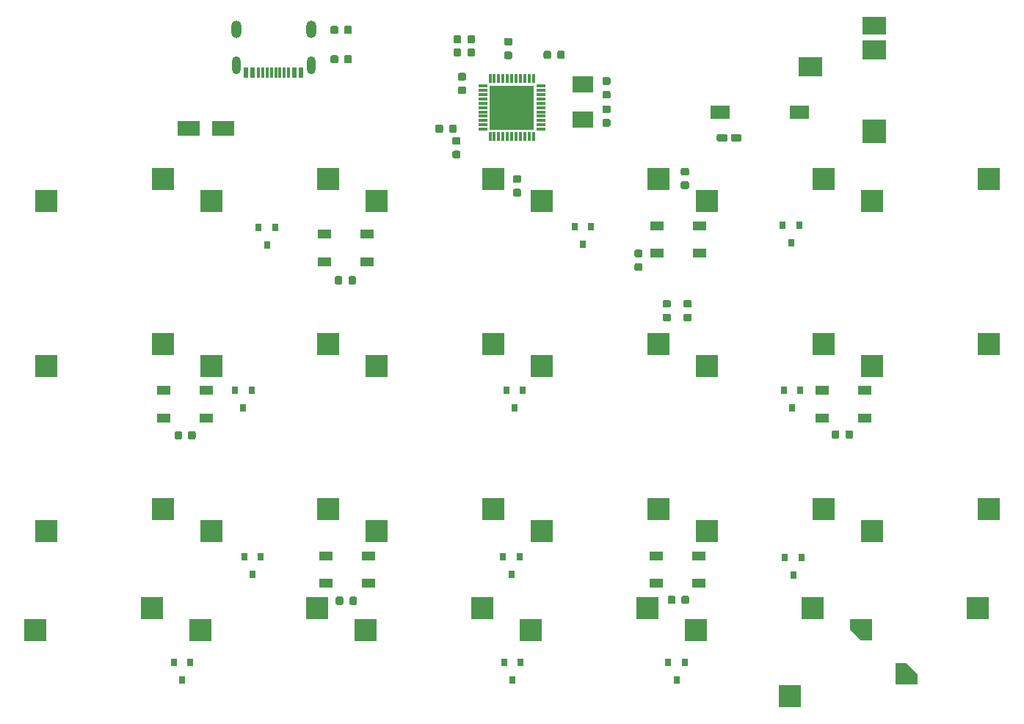
<source format=gbr>
G04 #@! TF.GenerationSoftware,KiCad,Pcbnew,(5.0.1-dev-70-gb7b125d83)*
G04 #@! TF.CreationDate,2019-07-04T18:42:50+02:00*
G04 #@! TF.ProjectId,vitamins_included,766974616D696E735F696E636C756465,rev?*
G04 #@! TF.SameCoordinates,Original*
G04 #@! TF.FileFunction,Paste,Bot*
G04 #@! TF.FilePolarity,Positive*
%FSLAX46Y46*%
G04 Gerber Fmt 4.6, Leading zero omitted, Abs format (unit mm)*
G04 Created by KiCad (PCBNEW (5.0.1-dev-70-gb7b125d83)) date 07/04/19 18:42:50*
%MOMM*%
%LPD*%
G01*
G04 APERTURE LIST*
%ADD10R,2.550000X2.500000*%
%ADD11C,0.100000*%
%ADD12C,0.875000*%
%ADD13R,0.299720X0.998220*%
%ADD14R,0.998220X0.299720*%
%ADD15R,5.080000X5.080000*%
%ADD16R,2.180000X1.600000*%
%ADD17R,1.500000X1.000000*%
%ADD18R,0.800000X0.900000*%
%ADD19C,0.850000*%
%ADD20O,1.000000X2.100000*%
%ADD21O,1.200000X2.000000*%
%ADD22R,0.300000X1.160000*%
%ADD23R,0.600000X1.160000*%
%ADD24R,2.400000X1.900000*%
%ADD25R,2.800000X2.000000*%
%ADD26R,2.800000X2.200000*%
%ADD27R,2.800000X2.800000*%
%ADD28R,2.500000X1.800000*%
%ADD29C,1.000000*%
G04 APERTURE END LIST*
D10*
G04 #@! TO.C,SW23*
X78340000Y-71460000D03*
X91790000Y-68920000D03*
G04 #@! TD*
D11*
G04 #@! TO.C,C14*
G36*
X71977691Y-27576053D02*
X71998926Y-27579203D01*
X72019750Y-27584419D01*
X72039962Y-27591651D01*
X72059368Y-27600830D01*
X72077781Y-27611866D01*
X72095024Y-27624654D01*
X72110930Y-27639070D01*
X72125346Y-27654976D01*
X72138134Y-27672219D01*
X72149170Y-27690632D01*
X72158349Y-27710038D01*
X72165581Y-27730250D01*
X72170797Y-27751074D01*
X72173947Y-27772309D01*
X72175000Y-27793750D01*
X72175000Y-28231250D01*
X72173947Y-28252691D01*
X72170797Y-28273926D01*
X72165581Y-28294750D01*
X72158349Y-28314962D01*
X72149170Y-28334368D01*
X72138134Y-28352781D01*
X72125346Y-28370024D01*
X72110930Y-28385930D01*
X72095024Y-28400346D01*
X72077781Y-28413134D01*
X72059368Y-28424170D01*
X72039962Y-28433349D01*
X72019750Y-28440581D01*
X71998926Y-28445797D01*
X71977691Y-28448947D01*
X71956250Y-28450000D01*
X71443750Y-28450000D01*
X71422309Y-28448947D01*
X71401074Y-28445797D01*
X71380250Y-28440581D01*
X71360038Y-28433349D01*
X71340632Y-28424170D01*
X71322219Y-28413134D01*
X71304976Y-28400346D01*
X71289070Y-28385930D01*
X71274654Y-28370024D01*
X71261866Y-28352781D01*
X71250830Y-28334368D01*
X71241651Y-28314962D01*
X71234419Y-28294750D01*
X71229203Y-28273926D01*
X71226053Y-28252691D01*
X71225000Y-28231250D01*
X71225000Y-27793750D01*
X71226053Y-27772309D01*
X71229203Y-27751074D01*
X71234419Y-27730250D01*
X71241651Y-27710038D01*
X71250830Y-27690632D01*
X71261866Y-27672219D01*
X71274654Y-27654976D01*
X71289070Y-27639070D01*
X71304976Y-27624654D01*
X71322219Y-27611866D01*
X71340632Y-27600830D01*
X71360038Y-27591651D01*
X71380250Y-27584419D01*
X71401074Y-27579203D01*
X71422309Y-27576053D01*
X71443750Y-27575000D01*
X71956250Y-27575000D01*
X71977691Y-27576053D01*
X71977691Y-27576053D01*
G37*
D12*
X71700000Y-28012500D03*
D11*
G36*
X71977691Y-29151053D02*
X71998926Y-29154203D01*
X72019750Y-29159419D01*
X72039962Y-29166651D01*
X72059368Y-29175830D01*
X72077781Y-29186866D01*
X72095024Y-29199654D01*
X72110930Y-29214070D01*
X72125346Y-29229976D01*
X72138134Y-29247219D01*
X72149170Y-29265632D01*
X72158349Y-29285038D01*
X72165581Y-29305250D01*
X72170797Y-29326074D01*
X72173947Y-29347309D01*
X72175000Y-29368750D01*
X72175000Y-29806250D01*
X72173947Y-29827691D01*
X72170797Y-29848926D01*
X72165581Y-29869750D01*
X72158349Y-29889962D01*
X72149170Y-29909368D01*
X72138134Y-29927781D01*
X72125346Y-29945024D01*
X72110930Y-29960930D01*
X72095024Y-29975346D01*
X72077781Y-29988134D01*
X72059368Y-29999170D01*
X72039962Y-30008349D01*
X72019750Y-30015581D01*
X71998926Y-30020797D01*
X71977691Y-30023947D01*
X71956250Y-30025000D01*
X71443750Y-30025000D01*
X71422309Y-30023947D01*
X71401074Y-30020797D01*
X71380250Y-30015581D01*
X71360038Y-30008349D01*
X71340632Y-29999170D01*
X71322219Y-29988134D01*
X71304976Y-29975346D01*
X71289070Y-29960930D01*
X71274654Y-29945024D01*
X71261866Y-29927781D01*
X71250830Y-29909368D01*
X71241651Y-29889962D01*
X71234419Y-29869750D01*
X71229203Y-29848926D01*
X71226053Y-29827691D01*
X71225000Y-29806250D01*
X71225000Y-29368750D01*
X71226053Y-29347309D01*
X71229203Y-29326074D01*
X71234419Y-29305250D01*
X71241651Y-29285038D01*
X71250830Y-29265632D01*
X71261866Y-29247219D01*
X71274654Y-29229976D01*
X71289070Y-29214070D01*
X71304976Y-29199654D01*
X71322219Y-29186866D01*
X71340632Y-29175830D01*
X71360038Y-29166651D01*
X71380250Y-29159419D01*
X71401074Y-29154203D01*
X71422309Y-29151053D01*
X71443750Y-29150000D01*
X71956250Y-29150000D01*
X71977691Y-29151053D01*
X71977691Y-29151053D01*
G37*
D12*
X71700000Y-29587500D03*
G04 #@! TD*
D13*
G04 #@! TO.C,U1*
X54568158Y-7825280D03*
X55068538Y-7825280D03*
X55568918Y-7825280D03*
X56069298Y-7825280D03*
X56569678Y-7825280D03*
X57067518Y-7825280D03*
X57565358Y-7825280D03*
X58065738Y-7825280D03*
X58566118Y-7825280D03*
X59066498Y-7825280D03*
X59566878Y-7825280D03*
D14*
X60415238Y-8673640D03*
X60415238Y-9174020D03*
X60415238Y-9674400D03*
X60415238Y-10174780D03*
X60415238Y-10675160D03*
X60415238Y-11173000D03*
X60415238Y-11670840D03*
X60415238Y-12171220D03*
X60415238Y-12671600D03*
X60415238Y-13171980D03*
X60415238Y-13672360D03*
D13*
X59566878Y-14520720D03*
X59066498Y-14520720D03*
X58566118Y-14520720D03*
X58065738Y-14520720D03*
X57565358Y-14520720D03*
X57067518Y-14520720D03*
X56569678Y-14520720D03*
X56069298Y-14520720D03*
X55568918Y-14520720D03*
X55068538Y-14520720D03*
X54568158Y-14520720D03*
D14*
X53719798Y-13672360D03*
X53719798Y-13171980D03*
X53719798Y-12671600D03*
X53719798Y-12171220D03*
X53719798Y-11670840D03*
X53719798Y-11173000D03*
X53719798Y-10675160D03*
X53719798Y-10174780D03*
X53719798Y-9674400D03*
X53719798Y-9174020D03*
X53719798Y-8673640D03*
D15*
X57067518Y-11173000D03*
G04 #@! TD*
D10*
G04 #@! TO.C,SW20*
X21190000Y-71460000D03*
X34640000Y-68920000D03*
G04 #@! TD*
D16*
G04 #@! TO.C,SW49*
X81110000Y-11700000D03*
X90290000Y-11700000D03*
G04 #@! TD*
D17*
G04 #@! TO.C,D33*
X92850000Y-47000000D03*
X92850000Y-43800000D03*
X97750000Y-47000000D03*
X97750000Y-43800000D03*
G04 #@! TD*
D10*
G04 #@! TO.C,SW15*
X54960000Y-57490000D03*
X41510000Y-60030000D03*
G04 #@! TD*
G04 #@! TO.C,SW1*
X16860000Y-19390000D03*
X3410000Y-21930000D03*
G04 #@! TD*
D18*
G04 #@! TO.C,D2*
X65281000Y-26915000D03*
X66231000Y-24915000D03*
X64331000Y-24915000D03*
G04 #@! TD*
D11*
G04 #@! TO.C,D27*
G36*
X81758329Y-14226023D02*
X81778957Y-14229083D01*
X81799185Y-14234150D01*
X81818820Y-14241176D01*
X81837672Y-14250092D01*
X81855559Y-14260813D01*
X81872309Y-14273235D01*
X81887760Y-14287240D01*
X81901765Y-14302691D01*
X81914187Y-14319441D01*
X81924908Y-14337328D01*
X81933824Y-14356180D01*
X81940850Y-14375815D01*
X81945917Y-14396043D01*
X81948977Y-14416671D01*
X81950000Y-14437500D01*
X81950000Y-14862500D01*
X81948977Y-14883329D01*
X81945917Y-14903957D01*
X81940850Y-14924185D01*
X81933824Y-14943820D01*
X81924908Y-14962672D01*
X81914187Y-14980559D01*
X81901765Y-14997309D01*
X81887760Y-15012760D01*
X81872309Y-15026765D01*
X81855559Y-15039187D01*
X81837672Y-15049908D01*
X81818820Y-15058824D01*
X81799185Y-15065850D01*
X81778957Y-15070917D01*
X81758329Y-15073977D01*
X81737500Y-15075000D01*
X80937500Y-15075000D01*
X80916671Y-15073977D01*
X80896043Y-15070917D01*
X80875815Y-15065850D01*
X80856180Y-15058824D01*
X80837328Y-15049908D01*
X80819441Y-15039187D01*
X80802691Y-15026765D01*
X80787240Y-15012760D01*
X80773235Y-14997309D01*
X80760813Y-14980559D01*
X80750092Y-14962672D01*
X80741176Y-14943820D01*
X80734150Y-14924185D01*
X80729083Y-14903957D01*
X80726023Y-14883329D01*
X80725000Y-14862500D01*
X80725000Y-14437500D01*
X80726023Y-14416671D01*
X80729083Y-14396043D01*
X80734150Y-14375815D01*
X80741176Y-14356180D01*
X80750092Y-14337328D01*
X80760813Y-14319441D01*
X80773235Y-14302691D01*
X80787240Y-14287240D01*
X80802691Y-14273235D01*
X80819441Y-14260813D01*
X80837328Y-14250092D01*
X80856180Y-14241176D01*
X80875815Y-14234150D01*
X80896043Y-14229083D01*
X80916671Y-14226023D01*
X80937500Y-14225000D01*
X81737500Y-14225000D01*
X81758329Y-14226023D01*
X81758329Y-14226023D01*
G37*
D19*
X81337500Y-14650000D03*
D11*
G36*
X83383329Y-14226023D02*
X83403957Y-14229083D01*
X83424185Y-14234150D01*
X83443820Y-14241176D01*
X83462672Y-14250092D01*
X83480559Y-14260813D01*
X83497309Y-14273235D01*
X83512760Y-14287240D01*
X83526765Y-14302691D01*
X83539187Y-14319441D01*
X83549908Y-14337328D01*
X83558824Y-14356180D01*
X83565850Y-14375815D01*
X83570917Y-14396043D01*
X83573977Y-14416671D01*
X83575000Y-14437500D01*
X83575000Y-14862500D01*
X83573977Y-14883329D01*
X83570917Y-14903957D01*
X83565850Y-14924185D01*
X83558824Y-14943820D01*
X83549908Y-14962672D01*
X83539187Y-14980559D01*
X83526765Y-14997309D01*
X83512760Y-15012760D01*
X83497309Y-15026765D01*
X83480559Y-15039187D01*
X83462672Y-15049908D01*
X83443820Y-15058824D01*
X83424185Y-15065850D01*
X83403957Y-15070917D01*
X83383329Y-15073977D01*
X83362500Y-15075000D01*
X82562500Y-15075000D01*
X82541671Y-15073977D01*
X82521043Y-15070917D01*
X82500815Y-15065850D01*
X82481180Y-15058824D01*
X82462328Y-15049908D01*
X82444441Y-15039187D01*
X82427691Y-15026765D01*
X82412240Y-15012760D01*
X82398235Y-14997309D01*
X82385813Y-14980559D01*
X82375092Y-14962672D01*
X82366176Y-14943820D01*
X82359150Y-14924185D01*
X82354083Y-14903957D01*
X82351023Y-14883329D01*
X82350000Y-14862500D01*
X82350000Y-14437500D01*
X82351023Y-14416671D01*
X82354083Y-14396043D01*
X82359150Y-14375815D01*
X82366176Y-14356180D01*
X82375092Y-14337328D01*
X82385813Y-14319441D01*
X82398235Y-14302691D01*
X82412240Y-14287240D01*
X82427691Y-14273235D01*
X82444441Y-14260813D01*
X82462328Y-14250092D01*
X82481180Y-14241176D01*
X82500815Y-14234150D01*
X82521043Y-14229083D01*
X82541671Y-14226023D01*
X82562500Y-14225000D01*
X83362500Y-14225000D01*
X83383329Y-14226023D01*
X83383329Y-14226023D01*
G37*
D19*
X82962500Y-14650000D03*
G04 #@! TD*
D11*
G04 #@! TO.C,C9*
G36*
X38915191Y-30626053D02*
X38936426Y-30629203D01*
X38957250Y-30634419D01*
X38977462Y-30641651D01*
X38996868Y-30650830D01*
X39015281Y-30661866D01*
X39032524Y-30674654D01*
X39048430Y-30689070D01*
X39062846Y-30704976D01*
X39075634Y-30722219D01*
X39086670Y-30740632D01*
X39095849Y-30760038D01*
X39103081Y-30780250D01*
X39108297Y-30801074D01*
X39111447Y-30822309D01*
X39112500Y-30843750D01*
X39112500Y-31356250D01*
X39111447Y-31377691D01*
X39108297Y-31398926D01*
X39103081Y-31419750D01*
X39095849Y-31439962D01*
X39086670Y-31459368D01*
X39075634Y-31477781D01*
X39062846Y-31495024D01*
X39048430Y-31510930D01*
X39032524Y-31525346D01*
X39015281Y-31538134D01*
X38996868Y-31549170D01*
X38977462Y-31558349D01*
X38957250Y-31565581D01*
X38936426Y-31570797D01*
X38915191Y-31573947D01*
X38893750Y-31575000D01*
X38456250Y-31575000D01*
X38434809Y-31573947D01*
X38413574Y-31570797D01*
X38392750Y-31565581D01*
X38372538Y-31558349D01*
X38353132Y-31549170D01*
X38334719Y-31538134D01*
X38317476Y-31525346D01*
X38301570Y-31510930D01*
X38287154Y-31495024D01*
X38274366Y-31477781D01*
X38263330Y-31459368D01*
X38254151Y-31439962D01*
X38246919Y-31419750D01*
X38241703Y-31398926D01*
X38238553Y-31377691D01*
X38237500Y-31356250D01*
X38237500Y-30843750D01*
X38238553Y-30822309D01*
X38241703Y-30801074D01*
X38246919Y-30780250D01*
X38254151Y-30760038D01*
X38263330Y-30740632D01*
X38274366Y-30722219D01*
X38287154Y-30704976D01*
X38301570Y-30689070D01*
X38317476Y-30674654D01*
X38334719Y-30661866D01*
X38353132Y-30650830D01*
X38372538Y-30641651D01*
X38392750Y-30634419D01*
X38413574Y-30629203D01*
X38434809Y-30626053D01*
X38456250Y-30625000D01*
X38893750Y-30625000D01*
X38915191Y-30626053D01*
X38915191Y-30626053D01*
G37*
D12*
X38675000Y-31100000D03*
D11*
G36*
X37340191Y-30626053D02*
X37361426Y-30629203D01*
X37382250Y-30634419D01*
X37402462Y-30641651D01*
X37421868Y-30650830D01*
X37440281Y-30661866D01*
X37457524Y-30674654D01*
X37473430Y-30689070D01*
X37487846Y-30704976D01*
X37500634Y-30722219D01*
X37511670Y-30740632D01*
X37520849Y-30760038D01*
X37528081Y-30780250D01*
X37533297Y-30801074D01*
X37536447Y-30822309D01*
X37537500Y-30843750D01*
X37537500Y-31356250D01*
X37536447Y-31377691D01*
X37533297Y-31398926D01*
X37528081Y-31419750D01*
X37520849Y-31439962D01*
X37511670Y-31459368D01*
X37500634Y-31477781D01*
X37487846Y-31495024D01*
X37473430Y-31510930D01*
X37457524Y-31525346D01*
X37440281Y-31538134D01*
X37421868Y-31549170D01*
X37402462Y-31558349D01*
X37382250Y-31565581D01*
X37361426Y-31570797D01*
X37340191Y-31573947D01*
X37318750Y-31575000D01*
X36881250Y-31575000D01*
X36859809Y-31573947D01*
X36838574Y-31570797D01*
X36817750Y-31565581D01*
X36797538Y-31558349D01*
X36778132Y-31549170D01*
X36759719Y-31538134D01*
X36742476Y-31525346D01*
X36726570Y-31510930D01*
X36712154Y-31495024D01*
X36699366Y-31477781D01*
X36688330Y-31459368D01*
X36679151Y-31439962D01*
X36671919Y-31419750D01*
X36666703Y-31398926D01*
X36663553Y-31377691D01*
X36662500Y-31356250D01*
X36662500Y-30843750D01*
X36663553Y-30822309D01*
X36666703Y-30801074D01*
X36671919Y-30780250D01*
X36679151Y-30760038D01*
X36688330Y-30740632D01*
X36699366Y-30722219D01*
X36712154Y-30704976D01*
X36726570Y-30689070D01*
X36742476Y-30674654D01*
X36759719Y-30661866D01*
X36778132Y-30650830D01*
X36797538Y-30641651D01*
X36817750Y-30634419D01*
X36838574Y-30629203D01*
X36859809Y-30626053D01*
X36881250Y-30625000D01*
X37318750Y-30625000D01*
X37340191Y-30626053D01*
X37340191Y-30626053D01*
G37*
D12*
X37100000Y-31100000D03*
G04 #@! TD*
D11*
G04 #@! TO.C,R13*
G36*
X50977691Y-14576053D02*
X50998926Y-14579203D01*
X51019750Y-14584419D01*
X51039962Y-14591651D01*
X51059368Y-14600830D01*
X51077781Y-14611866D01*
X51095024Y-14624654D01*
X51110930Y-14639070D01*
X51125346Y-14654976D01*
X51138134Y-14672219D01*
X51149170Y-14690632D01*
X51158349Y-14710038D01*
X51165581Y-14730250D01*
X51170797Y-14751074D01*
X51173947Y-14772309D01*
X51175000Y-14793750D01*
X51175000Y-15231250D01*
X51173947Y-15252691D01*
X51170797Y-15273926D01*
X51165581Y-15294750D01*
X51158349Y-15314962D01*
X51149170Y-15334368D01*
X51138134Y-15352781D01*
X51125346Y-15370024D01*
X51110930Y-15385930D01*
X51095024Y-15400346D01*
X51077781Y-15413134D01*
X51059368Y-15424170D01*
X51039962Y-15433349D01*
X51019750Y-15440581D01*
X50998926Y-15445797D01*
X50977691Y-15448947D01*
X50956250Y-15450000D01*
X50443750Y-15450000D01*
X50422309Y-15448947D01*
X50401074Y-15445797D01*
X50380250Y-15440581D01*
X50360038Y-15433349D01*
X50340632Y-15424170D01*
X50322219Y-15413134D01*
X50304976Y-15400346D01*
X50289070Y-15385930D01*
X50274654Y-15370024D01*
X50261866Y-15352781D01*
X50250830Y-15334368D01*
X50241651Y-15314962D01*
X50234419Y-15294750D01*
X50229203Y-15273926D01*
X50226053Y-15252691D01*
X50225000Y-15231250D01*
X50225000Y-14793750D01*
X50226053Y-14772309D01*
X50229203Y-14751074D01*
X50234419Y-14730250D01*
X50241651Y-14710038D01*
X50250830Y-14690632D01*
X50261866Y-14672219D01*
X50274654Y-14654976D01*
X50289070Y-14639070D01*
X50304976Y-14624654D01*
X50322219Y-14611866D01*
X50340632Y-14600830D01*
X50360038Y-14591651D01*
X50380250Y-14584419D01*
X50401074Y-14579203D01*
X50422309Y-14576053D01*
X50443750Y-14575000D01*
X50956250Y-14575000D01*
X50977691Y-14576053D01*
X50977691Y-14576053D01*
G37*
D12*
X50700000Y-15012500D03*
D11*
G36*
X50977691Y-16151053D02*
X50998926Y-16154203D01*
X51019750Y-16159419D01*
X51039962Y-16166651D01*
X51059368Y-16175830D01*
X51077781Y-16186866D01*
X51095024Y-16199654D01*
X51110930Y-16214070D01*
X51125346Y-16229976D01*
X51138134Y-16247219D01*
X51149170Y-16265632D01*
X51158349Y-16285038D01*
X51165581Y-16305250D01*
X51170797Y-16326074D01*
X51173947Y-16347309D01*
X51175000Y-16368750D01*
X51175000Y-16806250D01*
X51173947Y-16827691D01*
X51170797Y-16848926D01*
X51165581Y-16869750D01*
X51158349Y-16889962D01*
X51149170Y-16909368D01*
X51138134Y-16927781D01*
X51125346Y-16945024D01*
X51110930Y-16960930D01*
X51095024Y-16975346D01*
X51077781Y-16988134D01*
X51059368Y-16999170D01*
X51039962Y-17008349D01*
X51019750Y-17015581D01*
X50998926Y-17020797D01*
X50977691Y-17023947D01*
X50956250Y-17025000D01*
X50443750Y-17025000D01*
X50422309Y-17023947D01*
X50401074Y-17020797D01*
X50380250Y-17015581D01*
X50360038Y-17008349D01*
X50340632Y-16999170D01*
X50322219Y-16988134D01*
X50304976Y-16975346D01*
X50289070Y-16960930D01*
X50274654Y-16945024D01*
X50261866Y-16927781D01*
X50250830Y-16909368D01*
X50241651Y-16889962D01*
X50234419Y-16869750D01*
X50229203Y-16848926D01*
X50226053Y-16827691D01*
X50225000Y-16806250D01*
X50225000Y-16368750D01*
X50226053Y-16347309D01*
X50229203Y-16326074D01*
X50234419Y-16305250D01*
X50241651Y-16285038D01*
X50250830Y-16265632D01*
X50261866Y-16247219D01*
X50274654Y-16229976D01*
X50289070Y-16214070D01*
X50304976Y-16199654D01*
X50322219Y-16186866D01*
X50340632Y-16175830D01*
X50360038Y-16166651D01*
X50380250Y-16159419D01*
X50401074Y-16154203D01*
X50422309Y-16151053D01*
X50443750Y-16150000D01*
X50956250Y-16150000D01*
X50977691Y-16151053D01*
X50977691Y-16151053D01*
G37*
D12*
X50700000Y-16587500D03*
G04 #@! TD*
D10*
G04 #@! TO.C,SW9*
X54960000Y-38440000D03*
X41510000Y-40980000D03*
G04 #@! TD*
D18*
G04 #@! TO.C,D4*
X26100000Y-45838000D03*
X27050000Y-43838000D03*
X25150000Y-43838000D03*
G04 #@! TD*
G04 #@! TO.C,D9*
X89538000Y-65142000D03*
X90488000Y-63142000D03*
X88588000Y-63142000D03*
G04 #@! TD*
D11*
G04 #@! TO.C,R1*
G36*
X75224191Y-34967053D02*
X75245426Y-34970203D01*
X75266250Y-34975419D01*
X75286462Y-34982651D01*
X75305868Y-34991830D01*
X75324281Y-35002866D01*
X75341524Y-35015654D01*
X75357430Y-35030070D01*
X75371846Y-35045976D01*
X75384634Y-35063219D01*
X75395670Y-35081632D01*
X75404849Y-35101038D01*
X75412081Y-35121250D01*
X75417297Y-35142074D01*
X75420447Y-35163309D01*
X75421500Y-35184750D01*
X75421500Y-35622250D01*
X75420447Y-35643691D01*
X75417297Y-35664926D01*
X75412081Y-35685750D01*
X75404849Y-35705962D01*
X75395670Y-35725368D01*
X75384634Y-35743781D01*
X75371846Y-35761024D01*
X75357430Y-35776930D01*
X75341524Y-35791346D01*
X75324281Y-35804134D01*
X75305868Y-35815170D01*
X75286462Y-35824349D01*
X75266250Y-35831581D01*
X75245426Y-35836797D01*
X75224191Y-35839947D01*
X75202750Y-35841000D01*
X74690250Y-35841000D01*
X74668809Y-35839947D01*
X74647574Y-35836797D01*
X74626750Y-35831581D01*
X74606538Y-35824349D01*
X74587132Y-35815170D01*
X74568719Y-35804134D01*
X74551476Y-35791346D01*
X74535570Y-35776930D01*
X74521154Y-35761024D01*
X74508366Y-35743781D01*
X74497330Y-35725368D01*
X74488151Y-35705962D01*
X74480919Y-35685750D01*
X74475703Y-35664926D01*
X74472553Y-35643691D01*
X74471500Y-35622250D01*
X74471500Y-35184750D01*
X74472553Y-35163309D01*
X74475703Y-35142074D01*
X74480919Y-35121250D01*
X74488151Y-35101038D01*
X74497330Y-35081632D01*
X74508366Y-35063219D01*
X74521154Y-35045976D01*
X74535570Y-35030070D01*
X74551476Y-35015654D01*
X74568719Y-35002866D01*
X74587132Y-34991830D01*
X74606538Y-34982651D01*
X74626750Y-34975419D01*
X74647574Y-34970203D01*
X74668809Y-34967053D01*
X74690250Y-34966000D01*
X75202750Y-34966000D01*
X75224191Y-34967053D01*
X75224191Y-34967053D01*
G37*
D12*
X74946500Y-35403500D03*
D11*
G36*
X75224191Y-33392053D02*
X75245426Y-33395203D01*
X75266250Y-33400419D01*
X75286462Y-33407651D01*
X75305868Y-33416830D01*
X75324281Y-33427866D01*
X75341524Y-33440654D01*
X75357430Y-33455070D01*
X75371846Y-33470976D01*
X75384634Y-33488219D01*
X75395670Y-33506632D01*
X75404849Y-33526038D01*
X75412081Y-33546250D01*
X75417297Y-33567074D01*
X75420447Y-33588309D01*
X75421500Y-33609750D01*
X75421500Y-34047250D01*
X75420447Y-34068691D01*
X75417297Y-34089926D01*
X75412081Y-34110750D01*
X75404849Y-34130962D01*
X75395670Y-34150368D01*
X75384634Y-34168781D01*
X75371846Y-34186024D01*
X75357430Y-34201930D01*
X75341524Y-34216346D01*
X75324281Y-34229134D01*
X75305868Y-34240170D01*
X75286462Y-34249349D01*
X75266250Y-34256581D01*
X75245426Y-34261797D01*
X75224191Y-34264947D01*
X75202750Y-34266000D01*
X74690250Y-34266000D01*
X74668809Y-34264947D01*
X74647574Y-34261797D01*
X74626750Y-34256581D01*
X74606538Y-34249349D01*
X74587132Y-34240170D01*
X74568719Y-34229134D01*
X74551476Y-34216346D01*
X74535570Y-34201930D01*
X74521154Y-34186024D01*
X74508366Y-34168781D01*
X74497330Y-34150368D01*
X74488151Y-34130962D01*
X74480919Y-34110750D01*
X74475703Y-34089926D01*
X74472553Y-34068691D01*
X74471500Y-34047250D01*
X74471500Y-33609750D01*
X74472553Y-33588309D01*
X74475703Y-33567074D01*
X74480919Y-33546250D01*
X74488151Y-33526038D01*
X74497330Y-33506632D01*
X74508366Y-33488219D01*
X74521154Y-33470976D01*
X74535570Y-33455070D01*
X74551476Y-33440654D01*
X74568719Y-33427866D01*
X74587132Y-33416830D01*
X74606538Y-33407651D01*
X74626750Y-33400419D01*
X74647574Y-33395203D01*
X74668809Y-33392053D01*
X74690250Y-33391000D01*
X75202750Y-33391000D01*
X75224191Y-33392053D01*
X75224191Y-33392053D01*
G37*
D12*
X74946500Y-33828500D03*
G04 #@! TD*
D11*
G04 #@! TO.C,C3*
G36*
X68277691Y-9251053D02*
X68298926Y-9254203D01*
X68319750Y-9259419D01*
X68339962Y-9266651D01*
X68359368Y-9275830D01*
X68377781Y-9286866D01*
X68395024Y-9299654D01*
X68410930Y-9314070D01*
X68425346Y-9329976D01*
X68438134Y-9347219D01*
X68449170Y-9365632D01*
X68458349Y-9385038D01*
X68465581Y-9405250D01*
X68470797Y-9426074D01*
X68473947Y-9447309D01*
X68475000Y-9468750D01*
X68475000Y-9906250D01*
X68473947Y-9927691D01*
X68470797Y-9948926D01*
X68465581Y-9969750D01*
X68458349Y-9989962D01*
X68449170Y-10009368D01*
X68438134Y-10027781D01*
X68425346Y-10045024D01*
X68410930Y-10060930D01*
X68395024Y-10075346D01*
X68377781Y-10088134D01*
X68359368Y-10099170D01*
X68339962Y-10108349D01*
X68319750Y-10115581D01*
X68298926Y-10120797D01*
X68277691Y-10123947D01*
X68256250Y-10125000D01*
X67743750Y-10125000D01*
X67722309Y-10123947D01*
X67701074Y-10120797D01*
X67680250Y-10115581D01*
X67660038Y-10108349D01*
X67640632Y-10099170D01*
X67622219Y-10088134D01*
X67604976Y-10075346D01*
X67589070Y-10060930D01*
X67574654Y-10045024D01*
X67561866Y-10027781D01*
X67550830Y-10009368D01*
X67541651Y-9989962D01*
X67534419Y-9969750D01*
X67529203Y-9948926D01*
X67526053Y-9927691D01*
X67525000Y-9906250D01*
X67525000Y-9468750D01*
X67526053Y-9447309D01*
X67529203Y-9426074D01*
X67534419Y-9405250D01*
X67541651Y-9385038D01*
X67550830Y-9365632D01*
X67561866Y-9347219D01*
X67574654Y-9329976D01*
X67589070Y-9314070D01*
X67604976Y-9299654D01*
X67622219Y-9286866D01*
X67640632Y-9275830D01*
X67660038Y-9266651D01*
X67680250Y-9259419D01*
X67701074Y-9254203D01*
X67722309Y-9251053D01*
X67743750Y-9250000D01*
X68256250Y-9250000D01*
X68277691Y-9251053D01*
X68277691Y-9251053D01*
G37*
D12*
X68000000Y-9687500D03*
D11*
G36*
X68277691Y-7676053D02*
X68298926Y-7679203D01*
X68319750Y-7684419D01*
X68339962Y-7691651D01*
X68359368Y-7700830D01*
X68377781Y-7711866D01*
X68395024Y-7724654D01*
X68410930Y-7739070D01*
X68425346Y-7754976D01*
X68438134Y-7772219D01*
X68449170Y-7790632D01*
X68458349Y-7810038D01*
X68465581Y-7830250D01*
X68470797Y-7851074D01*
X68473947Y-7872309D01*
X68475000Y-7893750D01*
X68475000Y-8331250D01*
X68473947Y-8352691D01*
X68470797Y-8373926D01*
X68465581Y-8394750D01*
X68458349Y-8414962D01*
X68449170Y-8434368D01*
X68438134Y-8452781D01*
X68425346Y-8470024D01*
X68410930Y-8485930D01*
X68395024Y-8500346D01*
X68377781Y-8513134D01*
X68359368Y-8524170D01*
X68339962Y-8533349D01*
X68319750Y-8540581D01*
X68298926Y-8545797D01*
X68277691Y-8548947D01*
X68256250Y-8550000D01*
X67743750Y-8550000D01*
X67722309Y-8548947D01*
X67701074Y-8545797D01*
X67680250Y-8540581D01*
X67660038Y-8533349D01*
X67640632Y-8524170D01*
X67622219Y-8513134D01*
X67604976Y-8500346D01*
X67589070Y-8485930D01*
X67574654Y-8470024D01*
X67561866Y-8452781D01*
X67550830Y-8434368D01*
X67541651Y-8414962D01*
X67534419Y-8394750D01*
X67529203Y-8373926D01*
X67526053Y-8352691D01*
X67525000Y-8331250D01*
X67525000Y-7893750D01*
X67526053Y-7872309D01*
X67529203Y-7851074D01*
X67534419Y-7830250D01*
X67541651Y-7810038D01*
X67550830Y-7790632D01*
X67561866Y-7772219D01*
X67574654Y-7754976D01*
X67589070Y-7739070D01*
X67604976Y-7724654D01*
X67622219Y-7711866D01*
X67640632Y-7700830D01*
X67660038Y-7691651D01*
X67680250Y-7684419D01*
X67701074Y-7679203D01*
X67722309Y-7676053D01*
X67743750Y-7675000D01*
X68256250Y-7675000D01*
X68277691Y-7676053D01*
X68277691Y-7676053D01*
G37*
D12*
X68000000Y-8112500D03*
G04 #@! TD*
D18*
G04 #@! TO.C,D8*
X57026000Y-65015000D03*
X57976000Y-63015000D03*
X56076000Y-63015000D03*
G04 #@! TD*
D17*
G04 #@! TO.C,D34*
X73750000Y-66100000D03*
X73750000Y-62900000D03*
X78650000Y-66100000D03*
X78650000Y-62900000D03*
G04 #@! TD*
D10*
G04 #@! TO.C,SW14*
X35910000Y-57490000D03*
X22460000Y-60030000D03*
G04 #@! TD*
G04 #@! TO.C,SW22*
X59290000Y-71460000D03*
X72740000Y-68920000D03*
G04 #@! TD*
D17*
G04 #@! TO.C,D30*
X21850000Y-43800000D03*
X21850000Y-47000000D03*
X16950000Y-43800000D03*
X16950000Y-47000000D03*
G04 #@! TD*
D10*
G04 #@! TO.C,SW17*
X93060000Y-57490000D03*
X79610000Y-60030000D03*
G04 #@! TD*
D18*
G04 #@! TO.C,D6*
X88450000Y-43838000D03*
X90350000Y-43838000D03*
X89400000Y-45838000D03*
G04 #@! TD*
G04 #@! TO.C,D10*
X18103000Y-75207000D03*
X20003000Y-75207000D03*
X19053000Y-77207000D03*
G04 #@! TD*
D10*
G04 #@! TO.C,SW4*
X74010000Y-19390000D03*
X60560000Y-21930000D03*
G04 #@! TD*
D11*
G04 #@! TO.C,C13*
G36*
X96227691Y-48426053D02*
X96248926Y-48429203D01*
X96269750Y-48434419D01*
X96289962Y-48441651D01*
X96309368Y-48450830D01*
X96327781Y-48461866D01*
X96345024Y-48474654D01*
X96360930Y-48489070D01*
X96375346Y-48504976D01*
X96388134Y-48522219D01*
X96399170Y-48540632D01*
X96408349Y-48560038D01*
X96415581Y-48580250D01*
X96420797Y-48601074D01*
X96423947Y-48622309D01*
X96425000Y-48643750D01*
X96425000Y-49156250D01*
X96423947Y-49177691D01*
X96420797Y-49198926D01*
X96415581Y-49219750D01*
X96408349Y-49239962D01*
X96399170Y-49259368D01*
X96388134Y-49277781D01*
X96375346Y-49295024D01*
X96360930Y-49310930D01*
X96345024Y-49325346D01*
X96327781Y-49338134D01*
X96309368Y-49349170D01*
X96289962Y-49358349D01*
X96269750Y-49365581D01*
X96248926Y-49370797D01*
X96227691Y-49373947D01*
X96206250Y-49375000D01*
X95768750Y-49375000D01*
X95747309Y-49373947D01*
X95726074Y-49370797D01*
X95705250Y-49365581D01*
X95685038Y-49358349D01*
X95665632Y-49349170D01*
X95647219Y-49338134D01*
X95629976Y-49325346D01*
X95614070Y-49310930D01*
X95599654Y-49295024D01*
X95586866Y-49277781D01*
X95575830Y-49259368D01*
X95566651Y-49239962D01*
X95559419Y-49219750D01*
X95554203Y-49198926D01*
X95551053Y-49177691D01*
X95550000Y-49156250D01*
X95550000Y-48643750D01*
X95551053Y-48622309D01*
X95554203Y-48601074D01*
X95559419Y-48580250D01*
X95566651Y-48560038D01*
X95575830Y-48540632D01*
X95586866Y-48522219D01*
X95599654Y-48504976D01*
X95614070Y-48489070D01*
X95629976Y-48474654D01*
X95647219Y-48461866D01*
X95665632Y-48450830D01*
X95685038Y-48441651D01*
X95705250Y-48434419D01*
X95726074Y-48429203D01*
X95747309Y-48426053D01*
X95768750Y-48425000D01*
X96206250Y-48425000D01*
X96227691Y-48426053D01*
X96227691Y-48426053D01*
G37*
D12*
X95987500Y-48900000D03*
D11*
G36*
X94652691Y-48426053D02*
X94673926Y-48429203D01*
X94694750Y-48434419D01*
X94714962Y-48441651D01*
X94734368Y-48450830D01*
X94752781Y-48461866D01*
X94770024Y-48474654D01*
X94785930Y-48489070D01*
X94800346Y-48504976D01*
X94813134Y-48522219D01*
X94824170Y-48540632D01*
X94833349Y-48560038D01*
X94840581Y-48580250D01*
X94845797Y-48601074D01*
X94848947Y-48622309D01*
X94850000Y-48643750D01*
X94850000Y-49156250D01*
X94848947Y-49177691D01*
X94845797Y-49198926D01*
X94840581Y-49219750D01*
X94833349Y-49239962D01*
X94824170Y-49259368D01*
X94813134Y-49277781D01*
X94800346Y-49295024D01*
X94785930Y-49310930D01*
X94770024Y-49325346D01*
X94752781Y-49338134D01*
X94734368Y-49349170D01*
X94714962Y-49358349D01*
X94694750Y-49365581D01*
X94673926Y-49370797D01*
X94652691Y-49373947D01*
X94631250Y-49375000D01*
X94193750Y-49375000D01*
X94172309Y-49373947D01*
X94151074Y-49370797D01*
X94130250Y-49365581D01*
X94110038Y-49358349D01*
X94090632Y-49349170D01*
X94072219Y-49338134D01*
X94054976Y-49325346D01*
X94039070Y-49310930D01*
X94024654Y-49295024D01*
X94011866Y-49277781D01*
X94000830Y-49259368D01*
X93991651Y-49239962D01*
X93984419Y-49219750D01*
X93979203Y-49198926D01*
X93976053Y-49177691D01*
X93975000Y-49156250D01*
X93975000Y-48643750D01*
X93976053Y-48622309D01*
X93979203Y-48601074D01*
X93984419Y-48580250D01*
X93991651Y-48560038D01*
X94000830Y-48540632D01*
X94011866Y-48522219D01*
X94024654Y-48504976D01*
X94039070Y-48489070D01*
X94054976Y-48474654D01*
X94072219Y-48461866D01*
X94090632Y-48450830D01*
X94110038Y-48441651D01*
X94130250Y-48434419D01*
X94151074Y-48429203D01*
X94172309Y-48426053D01*
X94193750Y-48425000D01*
X94631250Y-48425000D01*
X94652691Y-48426053D01*
X94652691Y-48426053D01*
G37*
D12*
X94412500Y-48900000D03*
G04 #@! TD*
D11*
G04 #@! TO.C,C11*
G36*
X37452691Y-67626053D02*
X37473926Y-67629203D01*
X37494750Y-67634419D01*
X37514962Y-67641651D01*
X37534368Y-67650830D01*
X37552781Y-67661866D01*
X37570024Y-67674654D01*
X37585930Y-67689070D01*
X37600346Y-67704976D01*
X37613134Y-67722219D01*
X37624170Y-67740632D01*
X37633349Y-67760038D01*
X37640581Y-67780250D01*
X37645797Y-67801074D01*
X37648947Y-67822309D01*
X37650000Y-67843750D01*
X37650000Y-68356250D01*
X37648947Y-68377691D01*
X37645797Y-68398926D01*
X37640581Y-68419750D01*
X37633349Y-68439962D01*
X37624170Y-68459368D01*
X37613134Y-68477781D01*
X37600346Y-68495024D01*
X37585930Y-68510930D01*
X37570024Y-68525346D01*
X37552781Y-68538134D01*
X37534368Y-68549170D01*
X37514962Y-68558349D01*
X37494750Y-68565581D01*
X37473926Y-68570797D01*
X37452691Y-68573947D01*
X37431250Y-68575000D01*
X36993750Y-68575000D01*
X36972309Y-68573947D01*
X36951074Y-68570797D01*
X36930250Y-68565581D01*
X36910038Y-68558349D01*
X36890632Y-68549170D01*
X36872219Y-68538134D01*
X36854976Y-68525346D01*
X36839070Y-68510930D01*
X36824654Y-68495024D01*
X36811866Y-68477781D01*
X36800830Y-68459368D01*
X36791651Y-68439962D01*
X36784419Y-68419750D01*
X36779203Y-68398926D01*
X36776053Y-68377691D01*
X36775000Y-68356250D01*
X36775000Y-67843750D01*
X36776053Y-67822309D01*
X36779203Y-67801074D01*
X36784419Y-67780250D01*
X36791651Y-67760038D01*
X36800830Y-67740632D01*
X36811866Y-67722219D01*
X36824654Y-67704976D01*
X36839070Y-67689070D01*
X36854976Y-67674654D01*
X36872219Y-67661866D01*
X36890632Y-67650830D01*
X36910038Y-67641651D01*
X36930250Y-67634419D01*
X36951074Y-67629203D01*
X36972309Y-67626053D01*
X36993750Y-67625000D01*
X37431250Y-67625000D01*
X37452691Y-67626053D01*
X37452691Y-67626053D01*
G37*
D12*
X37212500Y-68100000D03*
D11*
G36*
X39027691Y-67626053D02*
X39048926Y-67629203D01*
X39069750Y-67634419D01*
X39089962Y-67641651D01*
X39109368Y-67650830D01*
X39127781Y-67661866D01*
X39145024Y-67674654D01*
X39160930Y-67689070D01*
X39175346Y-67704976D01*
X39188134Y-67722219D01*
X39199170Y-67740632D01*
X39208349Y-67760038D01*
X39215581Y-67780250D01*
X39220797Y-67801074D01*
X39223947Y-67822309D01*
X39225000Y-67843750D01*
X39225000Y-68356250D01*
X39223947Y-68377691D01*
X39220797Y-68398926D01*
X39215581Y-68419750D01*
X39208349Y-68439962D01*
X39199170Y-68459368D01*
X39188134Y-68477781D01*
X39175346Y-68495024D01*
X39160930Y-68510930D01*
X39145024Y-68525346D01*
X39127781Y-68538134D01*
X39109368Y-68549170D01*
X39089962Y-68558349D01*
X39069750Y-68565581D01*
X39048926Y-68570797D01*
X39027691Y-68573947D01*
X39006250Y-68575000D01*
X38568750Y-68575000D01*
X38547309Y-68573947D01*
X38526074Y-68570797D01*
X38505250Y-68565581D01*
X38485038Y-68558349D01*
X38465632Y-68549170D01*
X38447219Y-68538134D01*
X38429976Y-68525346D01*
X38414070Y-68510930D01*
X38399654Y-68495024D01*
X38386866Y-68477781D01*
X38375830Y-68459368D01*
X38366651Y-68439962D01*
X38359419Y-68419750D01*
X38354203Y-68398926D01*
X38351053Y-68377691D01*
X38350000Y-68356250D01*
X38350000Y-67843750D01*
X38351053Y-67822309D01*
X38354203Y-67801074D01*
X38359419Y-67780250D01*
X38366651Y-67760038D01*
X38375830Y-67740632D01*
X38386866Y-67722219D01*
X38399654Y-67704976D01*
X38414070Y-67689070D01*
X38429976Y-67674654D01*
X38447219Y-67661866D01*
X38465632Y-67650830D01*
X38485038Y-67641651D01*
X38505250Y-67634419D01*
X38526074Y-67629203D01*
X38547309Y-67626053D01*
X38568750Y-67625000D01*
X39006250Y-67625000D01*
X39027691Y-67626053D01*
X39027691Y-67626053D01*
G37*
D12*
X38787500Y-68100000D03*
G04 #@! TD*
D10*
G04 #@! TO.C,SW21*
X40240000Y-71460000D03*
X53690000Y-68920000D03*
G04 #@! TD*
D20*
G04 #@! TO.C,J9*
X25280000Y-6310000D03*
X33920000Y-6310000D03*
D21*
X25280000Y-2140000D03*
X33920000Y-2140000D03*
D22*
X28850000Y-7130000D03*
X29350000Y-7130000D03*
X29850000Y-7130000D03*
X27850000Y-7130000D03*
X28350000Y-7130000D03*
X30850000Y-7130000D03*
X30350000Y-7130000D03*
X31350000Y-7130000D03*
D23*
X27200000Y-7130000D03*
X27200000Y-7130000D03*
X26400000Y-7130000D03*
X26400000Y-7130000D03*
X32000000Y-7130000D03*
X32800000Y-7130000D03*
X32000000Y-7130000D03*
X32800000Y-7130000D03*
G04 #@! TD*
D24*
G04 #@! TO.C,Y1*
X65250000Y-12550000D03*
X65250000Y-8450000D03*
G04 #@! TD*
D11*
G04 #@! TO.C,R2*
G36*
X77637191Y-34967053D02*
X77658426Y-34970203D01*
X77679250Y-34975419D01*
X77699462Y-34982651D01*
X77718868Y-34991830D01*
X77737281Y-35002866D01*
X77754524Y-35015654D01*
X77770430Y-35030070D01*
X77784846Y-35045976D01*
X77797634Y-35063219D01*
X77808670Y-35081632D01*
X77817849Y-35101038D01*
X77825081Y-35121250D01*
X77830297Y-35142074D01*
X77833447Y-35163309D01*
X77834500Y-35184750D01*
X77834500Y-35622250D01*
X77833447Y-35643691D01*
X77830297Y-35664926D01*
X77825081Y-35685750D01*
X77817849Y-35705962D01*
X77808670Y-35725368D01*
X77797634Y-35743781D01*
X77784846Y-35761024D01*
X77770430Y-35776930D01*
X77754524Y-35791346D01*
X77737281Y-35804134D01*
X77718868Y-35815170D01*
X77699462Y-35824349D01*
X77679250Y-35831581D01*
X77658426Y-35836797D01*
X77637191Y-35839947D01*
X77615750Y-35841000D01*
X77103250Y-35841000D01*
X77081809Y-35839947D01*
X77060574Y-35836797D01*
X77039750Y-35831581D01*
X77019538Y-35824349D01*
X77000132Y-35815170D01*
X76981719Y-35804134D01*
X76964476Y-35791346D01*
X76948570Y-35776930D01*
X76934154Y-35761024D01*
X76921366Y-35743781D01*
X76910330Y-35725368D01*
X76901151Y-35705962D01*
X76893919Y-35685750D01*
X76888703Y-35664926D01*
X76885553Y-35643691D01*
X76884500Y-35622250D01*
X76884500Y-35184750D01*
X76885553Y-35163309D01*
X76888703Y-35142074D01*
X76893919Y-35121250D01*
X76901151Y-35101038D01*
X76910330Y-35081632D01*
X76921366Y-35063219D01*
X76934154Y-35045976D01*
X76948570Y-35030070D01*
X76964476Y-35015654D01*
X76981719Y-35002866D01*
X77000132Y-34991830D01*
X77019538Y-34982651D01*
X77039750Y-34975419D01*
X77060574Y-34970203D01*
X77081809Y-34967053D01*
X77103250Y-34966000D01*
X77615750Y-34966000D01*
X77637191Y-34967053D01*
X77637191Y-34967053D01*
G37*
D12*
X77359500Y-35403500D03*
D11*
G36*
X77637191Y-33392053D02*
X77658426Y-33395203D01*
X77679250Y-33400419D01*
X77699462Y-33407651D01*
X77718868Y-33416830D01*
X77737281Y-33427866D01*
X77754524Y-33440654D01*
X77770430Y-33455070D01*
X77784846Y-33470976D01*
X77797634Y-33488219D01*
X77808670Y-33506632D01*
X77817849Y-33526038D01*
X77825081Y-33546250D01*
X77830297Y-33567074D01*
X77833447Y-33588309D01*
X77834500Y-33609750D01*
X77834500Y-34047250D01*
X77833447Y-34068691D01*
X77830297Y-34089926D01*
X77825081Y-34110750D01*
X77817849Y-34130962D01*
X77808670Y-34150368D01*
X77797634Y-34168781D01*
X77784846Y-34186024D01*
X77770430Y-34201930D01*
X77754524Y-34216346D01*
X77737281Y-34229134D01*
X77718868Y-34240170D01*
X77699462Y-34249349D01*
X77679250Y-34256581D01*
X77658426Y-34261797D01*
X77637191Y-34264947D01*
X77615750Y-34266000D01*
X77103250Y-34266000D01*
X77081809Y-34264947D01*
X77060574Y-34261797D01*
X77039750Y-34256581D01*
X77019538Y-34249349D01*
X77000132Y-34240170D01*
X76981719Y-34229134D01*
X76964476Y-34216346D01*
X76948570Y-34201930D01*
X76934154Y-34186024D01*
X76921366Y-34168781D01*
X76910330Y-34150368D01*
X76901151Y-34130962D01*
X76893919Y-34110750D01*
X76888703Y-34089926D01*
X76885553Y-34068691D01*
X76884500Y-34047250D01*
X76884500Y-33609750D01*
X76885553Y-33588309D01*
X76888703Y-33567074D01*
X76893919Y-33546250D01*
X76901151Y-33526038D01*
X76910330Y-33506632D01*
X76921366Y-33488219D01*
X76934154Y-33470976D01*
X76948570Y-33455070D01*
X76964476Y-33440654D01*
X76981719Y-33427866D01*
X77000132Y-33416830D01*
X77019538Y-33407651D01*
X77039750Y-33400419D01*
X77060574Y-33395203D01*
X77081809Y-33392053D01*
X77103250Y-33391000D01*
X77615750Y-33391000D01*
X77637191Y-33392053D01*
X77637191Y-33392053D01*
G37*
D12*
X77359500Y-33828500D03*
G04 #@! TD*
D10*
G04 #@! TO.C,SW7*
X16860000Y-38440000D03*
X3410000Y-40980000D03*
G04 #@! TD*
G04 #@! TO.C,SW8*
X35910000Y-38440000D03*
X22460000Y-40980000D03*
G04 #@! TD*
G04 #@! TO.C,SW12*
X112110000Y-38440000D03*
X98660000Y-40980000D03*
G04 #@! TD*
G04 #@! TO.C,SW11*
X93060000Y-38440000D03*
X79610000Y-40980000D03*
G04 #@! TD*
D11*
G04 #@! TO.C,R15*
G36*
X77327691Y-18126053D02*
X77348926Y-18129203D01*
X77369750Y-18134419D01*
X77389962Y-18141651D01*
X77409368Y-18150830D01*
X77427781Y-18161866D01*
X77445024Y-18174654D01*
X77460930Y-18189070D01*
X77475346Y-18204976D01*
X77488134Y-18222219D01*
X77499170Y-18240632D01*
X77508349Y-18260038D01*
X77515581Y-18280250D01*
X77520797Y-18301074D01*
X77523947Y-18322309D01*
X77525000Y-18343750D01*
X77525000Y-18781250D01*
X77523947Y-18802691D01*
X77520797Y-18823926D01*
X77515581Y-18844750D01*
X77508349Y-18864962D01*
X77499170Y-18884368D01*
X77488134Y-18902781D01*
X77475346Y-18920024D01*
X77460930Y-18935930D01*
X77445024Y-18950346D01*
X77427781Y-18963134D01*
X77409368Y-18974170D01*
X77389962Y-18983349D01*
X77369750Y-18990581D01*
X77348926Y-18995797D01*
X77327691Y-18998947D01*
X77306250Y-19000000D01*
X76793750Y-19000000D01*
X76772309Y-18998947D01*
X76751074Y-18995797D01*
X76730250Y-18990581D01*
X76710038Y-18983349D01*
X76690632Y-18974170D01*
X76672219Y-18963134D01*
X76654976Y-18950346D01*
X76639070Y-18935930D01*
X76624654Y-18920024D01*
X76611866Y-18902781D01*
X76600830Y-18884368D01*
X76591651Y-18864962D01*
X76584419Y-18844750D01*
X76579203Y-18823926D01*
X76576053Y-18802691D01*
X76575000Y-18781250D01*
X76575000Y-18343750D01*
X76576053Y-18322309D01*
X76579203Y-18301074D01*
X76584419Y-18280250D01*
X76591651Y-18260038D01*
X76600830Y-18240632D01*
X76611866Y-18222219D01*
X76624654Y-18204976D01*
X76639070Y-18189070D01*
X76654976Y-18174654D01*
X76672219Y-18161866D01*
X76690632Y-18150830D01*
X76710038Y-18141651D01*
X76730250Y-18134419D01*
X76751074Y-18129203D01*
X76772309Y-18126053D01*
X76793750Y-18125000D01*
X77306250Y-18125000D01*
X77327691Y-18126053D01*
X77327691Y-18126053D01*
G37*
D12*
X77050000Y-18562500D03*
D11*
G36*
X77327691Y-19701053D02*
X77348926Y-19704203D01*
X77369750Y-19709419D01*
X77389962Y-19716651D01*
X77409368Y-19725830D01*
X77427781Y-19736866D01*
X77445024Y-19749654D01*
X77460930Y-19764070D01*
X77475346Y-19779976D01*
X77488134Y-19797219D01*
X77499170Y-19815632D01*
X77508349Y-19835038D01*
X77515581Y-19855250D01*
X77520797Y-19876074D01*
X77523947Y-19897309D01*
X77525000Y-19918750D01*
X77525000Y-20356250D01*
X77523947Y-20377691D01*
X77520797Y-20398926D01*
X77515581Y-20419750D01*
X77508349Y-20439962D01*
X77499170Y-20459368D01*
X77488134Y-20477781D01*
X77475346Y-20495024D01*
X77460930Y-20510930D01*
X77445024Y-20525346D01*
X77427781Y-20538134D01*
X77409368Y-20549170D01*
X77389962Y-20558349D01*
X77369750Y-20565581D01*
X77348926Y-20570797D01*
X77327691Y-20573947D01*
X77306250Y-20575000D01*
X76793750Y-20575000D01*
X76772309Y-20573947D01*
X76751074Y-20570797D01*
X76730250Y-20565581D01*
X76710038Y-20558349D01*
X76690632Y-20549170D01*
X76672219Y-20538134D01*
X76654976Y-20525346D01*
X76639070Y-20510930D01*
X76624654Y-20495024D01*
X76611866Y-20477781D01*
X76600830Y-20459368D01*
X76591651Y-20439962D01*
X76584419Y-20419750D01*
X76579203Y-20398926D01*
X76576053Y-20377691D01*
X76575000Y-20356250D01*
X76575000Y-19918750D01*
X76576053Y-19897309D01*
X76579203Y-19876074D01*
X76584419Y-19855250D01*
X76591651Y-19835038D01*
X76600830Y-19815632D01*
X76611866Y-19797219D01*
X76624654Y-19779976D01*
X76639070Y-19764070D01*
X76654976Y-19749654D01*
X76672219Y-19736866D01*
X76690632Y-19725830D01*
X76710038Y-19716651D01*
X76730250Y-19709419D01*
X76751074Y-19704203D01*
X76772309Y-19701053D01*
X76793750Y-19700000D01*
X77306250Y-19700000D01*
X77327691Y-19701053D01*
X77327691Y-19701053D01*
G37*
D12*
X77050000Y-20137500D03*
G04 #@! TD*
D11*
G04 #@! TO.C,C1*
G36*
X51611691Y-8740053D02*
X51632926Y-8743203D01*
X51653750Y-8748419D01*
X51673962Y-8755651D01*
X51693368Y-8764830D01*
X51711781Y-8775866D01*
X51729024Y-8788654D01*
X51744930Y-8803070D01*
X51759346Y-8818976D01*
X51772134Y-8836219D01*
X51783170Y-8854632D01*
X51792349Y-8874038D01*
X51799581Y-8894250D01*
X51804797Y-8915074D01*
X51807947Y-8936309D01*
X51809000Y-8957750D01*
X51809000Y-9395250D01*
X51807947Y-9416691D01*
X51804797Y-9437926D01*
X51799581Y-9458750D01*
X51792349Y-9478962D01*
X51783170Y-9498368D01*
X51772134Y-9516781D01*
X51759346Y-9534024D01*
X51744930Y-9549930D01*
X51729024Y-9564346D01*
X51711781Y-9577134D01*
X51693368Y-9588170D01*
X51673962Y-9597349D01*
X51653750Y-9604581D01*
X51632926Y-9609797D01*
X51611691Y-9612947D01*
X51590250Y-9614000D01*
X51077750Y-9614000D01*
X51056309Y-9612947D01*
X51035074Y-9609797D01*
X51014250Y-9604581D01*
X50994038Y-9597349D01*
X50974632Y-9588170D01*
X50956219Y-9577134D01*
X50938976Y-9564346D01*
X50923070Y-9549930D01*
X50908654Y-9534024D01*
X50895866Y-9516781D01*
X50884830Y-9498368D01*
X50875651Y-9478962D01*
X50868419Y-9458750D01*
X50863203Y-9437926D01*
X50860053Y-9416691D01*
X50859000Y-9395250D01*
X50859000Y-8957750D01*
X50860053Y-8936309D01*
X50863203Y-8915074D01*
X50868419Y-8894250D01*
X50875651Y-8874038D01*
X50884830Y-8854632D01*
X50895866Y-8836219D01*
X50908654Y-8818976D01*
X50923070Y-8803070D01*
X50938976Y-8788654D01*
X50956219Y-8775866D01*
X50974632Y-8764830D01*
X50994038Y-8755651D01*
X51014250Y-8748419D01*
X51035074Y-8743203D01*
X51056309Y-8740053D01*
X51077750Y-8739000D01*
X51590250Y-8739000D01*
X51611691Y-8740053D01*
X51611691Y-8740053D01*
G37*
D12*
X51334000Y-9176500D03*
D11*
G36*
X51611691Y-7165053D02*
X51632926Y-7168203D01*
X51653750Y-7173419D01*
X51673962Y-7180651D01*
X51693368Y-7189830D01*
X51711781Y-7200866D01*
X51729024Y-7213654D01*
X51744930Y-7228070D01*
X51759346Y-7243976D01*
X51772134Y-7261219D01*
X51783170Y-7279632D01*
X51792349Y-7299038D01*
X51799581Y-7319250D01*
X51804797Y-7340074D01*
X51807947Y-7361309D01*
X51809000Y-7382750D01*
X51809000Y-7820250D01*
X51807947Y-7841691D01*
X51804797Y-7862926D01*
X51799581Y-7883750D01*
X51792349Y-7903962D01*
X51783170Y-7923368D01*
X51772134Y-7941781D01*
X51759346Y-7959024D01*
X51744930Y-7974930D01*
X51729024Y-7989346D01*
X51711781Y-8002134D01*
X51693368Y-8013170D01*
X51673962Y-8022349D01*
X51653750Y-8029581D01*
X51632926Y-8034797D01*
X51611691Y-8037947D01*
X51590250Y-8039000D01*
X51077750Y-8039000D01*
X51056309Y-8037947D01*
X51035074Y-8034797D01*
X51014250Y-8029581D01*
X50994038Y-8022349D01*
X50974632Y-8013170D01*
X50956219Y-8002134D01*
X50938976Y-7989346D01*
X50923070Y-7974930D01*
X50908654Y-7959024D01*
X50895866Y-7941781D01*
X50884830Y-7923368D01*
X50875651Y-7903962D01*
X50868419Y-7883750D01*
X50863203Y-7862926D01*
X50860053Y-7841691D01*
X50859000Y-7820250D01*
X50859000Y-7382750D01*
X50860053Y-7361309D01*
X50863203Y-7340074D01*
X50868419Y-7319250D01*
X50875651Y-7299038D01*
X50884830Y-7279632D01*
X50895866Y-7261219D01*
X50908654Y-7243976D01*
X50923070Y-7228070D01*
X50938976Y-7213654D01*
X50956219Y-7200866D01*
X50974632Y-7189830D01*
X50994038Y-7180651D01*
X51014250Y-7173419D01*
X51035074Y-7168203D01*
X51056309Y-7165053D01*
X51077750Y-7164000D01*
X51590250Y-7164000D01*
X51611691Y-7165053D01*
X51611691Y-7165053D01*
G37*
D12*
X51334000Y-7601500D03*
G04 #@! TD*
D11*
G04 #@! TO.C,C10*
G36*
X20427691Y-48526053D02*
X20448926Y-48529203D01*
X20469750Y-48534419D01*
X20489962Y-48541651D01*
X20509368Y-48550830D01*
X20527781Y-48561866D01*
X20545024Y-48574654D01*
X20560930Y-48589070D01*
X20575346Y-48604976D01*
X20588134Y-48622219D01*
X20599170Y-48640632D01*
X20608349Y-48660038D01*
X20615581Y-48680250D01*
X20620797Y-48701074D01*
X20623947Y-48722309D01*
X20625000Y-48743750D01*
X20625000Y-49256250D01*
X20623947Y-49277691D01*
X20620797Y-49298926D01*
X20615581Y-49319750D01*
X20608349Y-49339962D01*
X20599170Y-49359368D01*
X20588134Y-49377781D01*
X20575346Y-49395024D01*
X20560930Y-49410930D01*
X20545024Y-49425346D01*
X20527781Y-49438134D01*
X20509368Y-49449170D01*
X20489962Y-49458349D01*
X20469750Y-49465581D01*
X20448926Y-49470797D01*
X20427691Y-49473947D01*
X20406250Y-49475000D01*
X19968750Y-49475000D01*
X19947309Y-49473947D01*
X19926074Y-49470797D01*
X19905250Y-49465581D01*
X19885038Y-49458349D01*
X19865632Y-49449170D01*
X19847219Y-49438134D01*
X19829976Y-49425346D01*
X19814070Y-49410930D01*
X19799654Y-49395024D01*
X19786866Y-49377781D01*
X19775830Y-49359368D01*
X19766651Y-49339962D01*
X19759419Y-49319750D01*
X19754203Y-49298926D01*
X19751053Y-49277691D01*
X19750000Y-49256250D01*
X19750000Y-48743750D01*
X19751053Y-48722309D01*
X19754203Y-48701074D01*
X19759419Y-48680250D01*
X19766651Y-48660038D01*
X19775830Y-48640632D01*
X19786866Y-48622219D01*
X19799654Y-48604976D01*
X19814070Y-48589070D01*
X19829976Y-48574654D01*
X19847219Y-48561866D01*
X19865632Y-48550830D01*
X19885038Y-48541651D01*
X19905250Y-48534419D01*
X19926074Y-48529203D01*
X19947309Y-48526053D01*
X19968750Y-48525000D01*
X20406250Y-48525000D01*
X20427691Y-48526053D01*
X20427691Y-48526053D01*
G37*
D12*
X20187500Y-49000000D03*
D11*
G36*
X18852691Y-48526053D02*
X18873926Y-48529203D01*
X18894750Y-48534419D01*
X18914962Y-48541651D01*
X18934368Y-48550830D01*
X18952781Y-48561866D01*
X18970024Y-48574654D01*
X18985930Y-48589070D01*
X19000346Y-48604976D01*
X19013134Y-48622219D01*
X19024170Y-48640632D01*
X19033349Y-48660038D01*
X19040581Y-48680250D01*
X19045797Y-48701074D01*
X19048947Y-48722309D01*
X19050000Y-48743750D01*
X19050000Y-49256250D01*
X19048947Y-49277691D01*
X19045797Y-49298926D01*
X19040581Y-49319750D01*
X19033349Y-49339962D01*
X19024170Y-49359368D01*
X19013134Y-49377781D01*
X19000346Y-49395024D01*
X18985930Y-49410930D01*
X18970024Y-49425346D01*
X18952781Y-49438134D01*
X18934368Y-49449170D01*
X18914962Y-49458349D01*
X18894750Y-49465581D01*
X18873926Y-49470797D01*
X18852691Y-49473947D01*
X18831250Y-49475000D01*
X18393750Y-49475000D01*
X18372309Y-49473947D01*
X18351074Y-49470797D01*
X18330250Y-49465581D01*
X18310038Y-49458349D01*
X18290632Y-49449170D01*
X18272219Y-49438134D01*
X18254976Y-49425346D01*
X18239070Y-49410930D01*
X18224654Y-49395024D01*
X18211866Y-49377781D01*
X18200830Y-49359368D01*
X18191651Y-49339962D01*
X18184419Y-49319750D01*
X18179203Y-49298926D01*
X18176053Y-49277691D01*
X18175000Y-49256250D01*
X18175000Y-48743750D01*
X18176053Y-48722309D01*
X18179203Y-48701074D01*
X18184419Y-48680250D01*
X18191651Y-48660038D01*
X18200830Y-48640632D01*
X18211866Y-48622219D01*
X18224654Y-48604976D01*
X18239070Y-48589070D01*
X18254976Y-48574654D01*
X18272219Y-48561866D01*
X18290632Y-48550830D01*
X18310038Y-48541651D01*
X18330250Y-48534419D01*
X18351074Y-48529203D01*
X18372309Y-48526053D01*
X18393750Y-48525000D01*
X18831250Y-48525000D01*
X18852691Y-48526053D01*
X18852691Y-48526053D01*
G37*
D12*
X18612500Y-49000000D03*
G04 #@! TD*
D10*
G04 #@! TO.C,SW5*
X93060000Y-19390000D03*
X79610000Y-21930000D03*
G04 #@! TD*
D18*
G04 #@! TO.C,D12*
X76076000Y-77207000D03*
X77026000Y-75207000D03*
X75126000Y-75207000D03*
G04 #@! TD*
G04 #@! TO.C,D3*
X88334000Y-24788000D03*
X90234000Y-24788000D03*
X89284000Y-26788000D03*
G04 #@! TD*
D11*
G04 #@! TO.C,R4*
G36*
X52627691Y-4326053D02*
X52648926Y-4329203D01*
X52669750Y-4334419D01*
X52689962Y-4341651D01*
X52709368Y-4350830D01*
X52727781Y-4361866D01*
X52745024Y-4374654D01*
X52760930Y-4389070D01*
X52775346Y-4404976D01*
X52788134Y-4422219D01*
X52799170Y-4440632D01*
X52808349Y-4460038D01*
X52815581Y-4480250D01*
X52820797Y-4501074D01*
X52823947Y-4522309D01*
X52825000Y-4543750D01*
X52825000Y-5056250D01*
X52823947Y-5077691D01*
X52820797Y-5098926D01*
X52815581Y-5119750D01*
X52808349Y-5139962D01*
X52799170Y-5159368D01*
X52788134Y-5177781D01*
X52775346Y-5195024D01*
X52760930Y-5210930D01*
X52745024Y-5225346D01*
X52727781Y-5238134D01*
X52709368Y-5249170D01*
X52689962Y-5258349D01*
X52669750Y-5265581D01*
X52648926Y-5270797D01*
X52627691Y-5273947D01*
X52606250Y-5275000D01*
X52168750Y-5275000D01*
X52147309Y-5273947D01*
X52126074Y-5270797D01*
X52105250Y-5265581D01*
X52085038Y-5258349D01*
X52065632Y-5249170D01*
X52047219Y-5238134D01*
X52029976Y-5225346D01*
X52014070Y-5210930D01*
X51999654Y-5195024D01*
X51986866Y-5177781D01*
X51975830Y-5159368D01*
X51966651Y-5139962D01*
X51959419Y-5119750D01*
X51954203Y-5098926D01*
X51951053Y-5077691D01*
X51950000Y-5056250D01*
X51950000Y-4543750D01*
X51951053Y-4522309D01*
X51954203Y-4501074D01*
X51959419Y-4480250D01*
X51966651Y-4460038D01*
X51975830Y-4440632D01*
X51986866Y-4422219D01*
X51999654Y-4404976D01*
X52014070Y-4389070D01*
X52029976Y-4374654D01*
X52047219Y-4361866D01*
X52065632Y-4350830D01*
X52085038Y-4341651D01*
X52105250Y-4334419D01*
X52126074Y-4329203D01*
X52147309Y-4326053D01*
X52168750Y-4325000D01*
X52606250Y-4325000D01*
X52627691Y-4326053D01*
X52627691Y-4326053D01*
G37*
D12*
X52387500Y-4800000D03*
D11*
G36*
X51052691Y-4326053D02*
X51073926Y-4329203D01*
X51094750Y-4334419D01*
X51114962Y-4341651D01*
X51134368Y-4350830D01*
X51152781Y-4361866D01*
X51170024Y-4374654D01*
X51185930Y-4389070D01*
X51200346Y-4404976D01*
X51213134Y-4422219D01*
X51224170Y-4440632D01*
X51233349Y-4460038D01*
X51240581Y-4480250D01*
X51245797Y-4501074D01*
X51248947Y-4522309D01*
X51250000Y-4543750D01*
X51250000Y-5056250D01*
X51248947Y-5077691D01*
X51245797Y-5098926D01*
X51240581Y-5119750D01*
X51233349Y-5139962D01*
X51224170Y-5159368D01*
X51213134Y-5177781D01*
X51200346Y-5195024D01*
X51185930Y-5210930D01*
X51170024Y-5225346D01*
X51152781Y-5238134D01*
X51134368Y-5249170D01*
X51114962Y-5258349D01*
X51094750Y-5265581D01*
X51073926Y-5270797D01*
X51052691Y-5273947D01*
X51031250Y-5275000D01*
X50593750Y-5275000D01*
X50572309Y-5273947D01*
X50551074Y-5270797D01*
X50530250Y-5265581D01*
X50510038Y-5258349D01*
X50490632Y-5249170D01*
X50472219Y-5238134D01*
X50454976Y-5225346D01*
X50439070Y-5210930D01*
X50424654Y-5195024D01*
X50411866Y-5177781D01*
X50400830Y-5159368D01*
X50391651Y-5139962D01*
X50384419Y-5119750D01*
X50379203Y-5098926D01*
X50376053Y-5077691D01*
X50375000Y-5056250D01*
X50375000Y-4543750D01*
X50376053Y-4522309D01*
X50379203Y-4501074D01*
X50384419Y-4480250D01*
X50391651Y-4460038D01*
X50400830Y-4440632D01*
X50411866Y-4422219D01*
X50424654Y-4404976D01*
X50439070Y-4389070D01*
X50454976Y-4374654D01*
X50472219Y-4361866D01*
X50490632Y-4350830D01*
X50510038Y-4341651D01*
X50530250Y-4334419D01*
X50551074Y-4329203D01*
X50572309Y-4326053D01*
X50593750Y-4325000D01*
X51031250Y-4325000D01*
X51052691Y-4326053D01*
X51052691Y-4326053D01*
G37*
D12*
X50812500Y-4800000D03*
G04 #@! TD*
D10*
G04 #@! TO.C,SW13*
X16860000Y-57490000D03*
X3410000Y-60030000D03*
G04 #@! TD*
G04 #@! TO.C,SW19*
X2140000Y-71460000D03*
X15590000Y-68920000D03*
G04 #@! TD*
G04 #@! TO.C,SW3*
X54960000Y-19390000D03*
X41510000Y-21930000D03*
G04 #@! TD*
G04 #@! TO.C,SW2*
X35910000Y-19390000D03*
X22460000Y-21930000D03*
G04 #@! TD*
D18*
G04 #@! TO.C,D11*
X57153000Y-77207000D03*
X58103000Y-75207000D03*
X56203000Y-75207000D03*
G04 #@! TD*
D11*
G04 #@! TO.C,C12*
G36*
X75752691Y-67526053D02*
X75773926Y-67529203D01*
X75794750Y-67534419D01*
X75814962Y-67541651D01*
X75834368Y-67550830D01*
X75852781Y-67561866D01*
X75870024Y-67574654D01*
X75885930Y-67589070D01*
X75900346Y-67604976D01*
X75913134Y-67622219D01*
X75924170Y-67640632D01*
X75933349Y-67660038D01*
X75940581Y-67680250D01*
X75945797Y-67701074D01*
X75948947Y-67722309D01*
X75950000Y-67743750D01*
X75950000Y-68256250D01*
X75948947Y-68277691D01*
X75945797Y-68298926D01*
X75940581Y-68319750D01*
X75933349Y-68339962D01*
X75924170Y-68359368D01*
X75913134Y-68377781D01*
X75900346Y-68395024D01*
X75885930Y-68410930D01*
X75870024Y-68425346D01*
X75852781Y-68438134D01*
X75834368Y-68449170D01*
X75814962Y-68458349D01*
X75794750Y-68465581D01*
X75773926Y-68470797D01*
X75752691Y-68473947D01*
X75731250Y-68475000D01*
X75293750Y-68475000D01*
X75272309Y-68473947D01*
X75251074Y-68470797D01*
X75230250Y-68465581D01*
X75210038Y-68458349D01*
X75190632Y-68449170D01*
X75172219Y-68438134D01*
X75154976Y-68425346D01*
X75139070Y-68410930D01*
X75124654Y-68395024D01*
X75111866Y-68377781D01*
X75100830Y-68359368D01*
X75091651Y-68339962D01*
X75084419Y-68319750D01*
X75079203Y-68298926D01*
X75076053Y-68277691D01*
X75075000Y-68256250D01*
X75075000Y-67743750D01*
X75076053Y-67722309D01*
X75079203Y-67701074D01*
X75084419Y-67680250D01*
X75091651Y-67660038D01*
X75100830Y-67640632D01*
X75111866Y-67622219D01*
X75124654Y-67604976D01*
X75139070Y-67589070D01*
X75154976Y-67574654D01*
X75172219Y-67561866D01*
X75190632Y-67550830D01*
X75210038Y-67541651D01*
X75230250Y-67534419D01*
X75251074Y-67529203D01*
X75272309Y-67526053D01*
X75293750Y-67525000D01*
X75731250Y-67525000D01*
X75752691Y-67526053D01*
X75752691Y-67526053D01*
G37*
D12*
X75512500Y-68000000D03*
D11*
G36*
X77327691Y-67526053D02*
X77348926Y-67529203D01*
X77369750Y-67534419D01*
X77389962Y-67541651D01*
X77409368Y-67550830D01*
X77427781Y-67561866D01*
X77445024Y-67574654D01*
X77460930Y-67589070D01*
X77475346Y-67604976D01*
X77488134Y-67622219D01*
X77499170Y-67640632D01*
X77508349Y-67660038D01*
X77515581Y-67680250D01*
X77520797Y-67701074D01*
X77523947Y-67722309D01*
X77525000Y-67743750D01*
X77525000Y-68256250D01*
X77523947Y-68277691D01*
X77520797Y-68298926D01*
X77515581Y-68319750D01*
X77508349Y-68339962D01*
X77499170Y-68359368D01*
X77488134Y-68377781D01*
X77475346Y-68395024D01*
X77460930Y-68410930D01*
X77445024Y-68425346D01*
X77427781Y-68438134D01*
X77409368Y-68449170D01*
X77389962Y-68458349D01*
X77369750Y-68465581D01*
X77348926Y-68470797D01*
X77327691Y-68473947D01*
X77306250Y-68475000D01*
X76868750Y-68475000D01*
X76847309Y-68473947D01*
X76826074Y-68470797D01*
X76805250Y-68465581D01*
X76785038Y-68458349D01*
X76765632Y-68449170D01*
X76747219Y-68438134D01*
X76729976Y-68425346D01*
X76714070Y-68410930D01*
X76699654Y-68395024D01*
X76686866Y-68377781D01*
X76675830Y-68359368D01*
X76666651Y-68339962D01*
X76659419Y-68319750D01*
X76654203Y-68298926D01*
X76651053Y-68277691D01*
X76650000Y-68256250D01*
X76650000Y-67743750D01*
X76651053Y-67722309D01*
X76654203Y-67701074D01*
X76659419Y-67680250D01*
X76666651Y-67660038D01*
X76675830Y-67640632D01*
X76686866Y-67622219D01*
X76699654Y-67604976D01*
X76714070Y-67589070D01*
X76729976Y-67574654D01*
X76747219Y-67561866D01*
X76765632Y-67550830D01*
X76785038Y-67541651D01*
X76805250Y-67534419D01*
X76826074Y-67529203D01*
X76847309Y-67526053D01*
X76868750Y-67525000D01*
X77306250Y-67525000D01*
X77327691Y-67526053D01*
X77327691Y-67526053D01*
G37*
D12*
X77087500Y-68000000D03*
G04 #@! TD*
D11*
G04 #@! TO.C,R11*
G36*
X50527691Y-13126053D02*
X50548926Y-13129203D01*
X50569750Y-13134419D01*
X50589962Y-13141651D01*
X50609368Y-13150830D01*
X50627781Y-13161866D01*
X50645024Y-13174654D01*
X50660930Y-13189070D01*
X50675346Y-13204976D01*
X50688134Y-13222219D01*
X50699170Y-13240632D01*
X50708349Y-13260038D01*
X50715581Y-13280250D01*
X50720797Y-13301074D01*
X50723947Y-13322309D01*
X50725000Y-13343750D01*
X50725000Y-13856250D01*
X50723947Y-13877691D01*
X50720797Y-13898926D01*
X50715581Y-13919750D01*
X50708349Y-13939962D01*
X50699170Y-13959368D01*
X50688134Y-13977781D01*
X50675346Y-13995024D01*
X50660930Y-14010930D01*
X50645024Y-14025346D01*
X50627781Y-14038134D01*
X50609368Y-14049170D01*
X50589962Y-14058349D01*
X50569750Y-14065581D01*
X50548926Y-14070797D01*
X50527691Y-14073947D01*
X50506250Y-14075000D01*
X50068750Y-14075000D01*
X50047309Y-14073947D01*
X50026074Y-14070797D01*
X50005250Y-14065581D01*
X49985038Y-14058349D01*
X49965632Y-14049170D01*
X49947219Y-14038134D01*
X49929976Y-14025346D01*
X49914070Y-14010930D01*
X49899654Y-13995024D01*
X49886866Y-13977781D01*
X49875830Y-13959368D01*
X49866651Y-13939962D01*
X49859419Y-13919750D01*
X49854203Y-13898926D01*
X49851053Y-13877691D01*
X49850000Y-13856250D01*
X49850000Y-13343750D01*
X49851053Y-13322309D01*
X49854203Y-13301074D01*
X49859419Y-13280250D01*
X49866651Y-13260038D01*
X49875830Y-13240632D01*
X49886866Y-13222219D01*
X49899654Y-13204976D01*
X49914070Y-13189070D01*
X49929976Y-13174654D01*
X49947219Y-13161866D01*
X49965632Y-13150830D01*
X49985038Y-13141651D01*
X50005250Y-13134419D01*
X50026074Y-13129203D01*
X50047309Y-13126053D01*
X50068750Y-13125000D01*
X50506250Y-13125000D01*
X50527691Y-13126053D01*
X50527691Y-13126053D01*
G37*
D12*
X50287500Y-13600000D03*
D11*
G36*
X48952691Y-13126053D02*
X48973926Y-13129203D01*
X48994750Y-13134419D01*
X49014962Y-13141651D01*
X49034368Y-13150830D01*
X49052781Y-13161866D01*
X49070024Y-13174654D01*
X49085930Y-13189070D01*
X49100346Y-13204976D01*
X49113134Y-13222219D01*
X49124170Y-13240632D01*
X49133349Y-13260038D01*
X49140581Y-13280250D01*
X49145797Y-13301074D01*
X49148947Y-13322309D01*
X49150000Y-13343750D01*
X49150000Y-13856250D01*
X49148947Y-13877691D01*
X49145797Y-13898926D01*
X49140581Y-13919750D01*
X49133349Y-13939962D01*
X49124170Y-13959368D01*
X49113134Y-13977781D01*
X49100346Y-13995024D01*
X49085930Y-14010930D01*
X49070024Y-14025346D01*
X49052781Y-14038134D01*
X49034368Y-14049170D01*
X49014962Y-14058349D01*
X48994750Y-14065581D01*
X48973926Y-14070797D01*
X48952691Y-14073947D01*
X48931250Y-14075000D01*
X48493750Y-14075000D01*
X48472309Y-14073947D01*
X48451074Y-14070797D01*
X48430250Y-14065581D01*
X48410038Y-14058349D01*
X48390632Y-14049170D01*
X48372219Y-14038134D01*
X48354976Y-14025346D01*
X48339070Y-14010930D01*
X48324654Y-13995024D01*
X48311866Y-13977781D01*
X48300830Y-13959368D01*
X48291651Y-13939962D01*
X48284419Y-13919750D01*
X48279203Y-13898926D01*
X48276053Y-13877691D01*
X48275000Y-13856250D01*
X48275000Y-13343750D01*
X48276053Y-13322309D01*
X48279203Y-13301074D01*
X48284419Y-13280250D01*
X48291651Y-13260038D01*
X48300830Y-13240632D01*
X48311866Y-13222219D01*
X48324654Y-13204976D01*
X48339070Y-13189070D01*
X48354976Y-13174654D01*
X48372219Y-13161866D01*
X48390632Y-13150830D01*
X48410038Y-13141651D01*
X48430250Y-13134419D01*
X48451074Y-13129203D01*
X48472309Y-13126053D01*
X48493750Y-13125000D01*
X48931250Y-13125000D01*
X48952691Y-13126053D01*
X48952691Y-13126053D01*
G37*
D12*
X48712500Y-13600000D03*
G04 #@! TD*
D11*
G04 #@! TO.C,R5*
G36*
X52627691Y-2826053D02*
X52648926Y-2829203D01*
X52669750Y-2834419D01*
X52689962Y-2841651D01*
X52709368Y-2850830D01*
X52727781Y-2861866D01*
X52745024Y-2874654D01*
X52760930Y-2889070D01*
X52775346Y-2904976D01*
X52788134Y-2922219D01*
X52799170Y-2940632D01*
X52808349Y-2960038D01*
X52815581Y-2980250D01*
X52820797Y-3001074D01*
X52823947Y-3022309D01*
X52825000Y-3043750D01*
X52825000Y-3556250D01*
X52823947Y-3577691D01*
X52820797Y-3598926D01*
X52815581Y-3619750D01*
X52808349Y-3639962D01*
X52799170Y-3659368D01*
X52788134Y-3677781D01*
X52775346Y-3695024D01*
X52760930Y-3710930D01*
X52745024Y-3725346D01*
X52727781Y-3738134D01*
X52709368Y-3749170D01*
X52689962Y-3758349D01*
X52669750Y-3765581D01*
X52648926Y-3770797D01*
X52627691Y-3773947D01*
X52606250Y-3775000D01*
X52168750Y-3775000D01*
X52147309Y-3773947D01*
X52126074Y-3770797D01*
X52105250Y-3765581D01*
X52085038Y-3758349D01*
X52065632Y-3749170D01*
X52047219Y-3738134D01*
X52029976Y-3725346D01*
X52014070Y-3710930D01*
X51999654Y-3695024D01*
X51986866Y-3677781D01*
X51975830Y-3659368D01*
X51966651Y-3639962D01*
X51959419Y-3619750D01*
X51954203Y-3598926D01*
X51951053Y-3577691D01*
X51950000Y-3556250D01*
X51950000Y-3043750D01*
X51951053Y-3022309D01*
X51954203Y-3001074D01*
X51959419Y-2980250D01*
X51966651Y-2960038D01*
X51975830Y-2940632D01*
X51986866Y-2922219D01*
X51999654Y-2904976D01*
X52014070Y-2889070D01*
X52029976Y-2874654D01*
X52047219Y-2861866D01*
X52065632Y-2850830D01*
X52085038Y-2841651D01*
X52105250Y-2834419D01*
X52126074Y-2829203D01*
X52147309Y-2826053D01*
X52168750Y-2825000D01*
X52606250Y-2825000D01*
X52627691Y-2826053D01*
X52627691Y-2826053D01*
G37*
D12*
X52387500Y-3300000D03*
D11*
G36*
X51052691Y-2826053D02*
X51073926Y-2829203D01*
X51094750Y-2834419D01*
X51114962Y-2841651D01*
X51134368Y-2850830D01*
X51152781Y-2861866D01*
X51170024Y-2874654D01*
X51185930Y-2889070D01*
X51200346Y-2904976D01*
X51213134Y-2922219D01*
X51224170Y-2940632D01*
X51233349Y-2960038D01*
X51240581Y-2980250D01*
X51245797Y-3001074D01*
X51248947Y-3022309D01*
X51250000Y-3043750D01*
X51250000Y-3556250D01*
X51248947Y-3577691D01*
X51245797Y-3598926D01*
X51240581Y-3619750D01*
X51233349Y-3639962D01*
X51224170Y-3659368D01*
X51213134Y-3677781D01*
X51200346Y-3695024D01*
X51185930Y-3710930D01*
X51170024Y-3725346D01*
X51152781Y-3738134D01*
X51134368Y-3749170D01*
X51114962Y-3758349D01*
X51094750Y-3765581D01*
X51073926Y-3770797D01*
X51052691Y-3773947D01*
X51031250Y-3775000D01*
X50593750Y-3775000D01*
X50572309Y-3773947D01*
X50551074Y-3770797D01*
X50530250Y-3765581D01*
X50510038Y-3758349D01*
X50490632Y-3749170D01*
X50472219Y-3738134D01*
X50454976Y-3725346D01*
X50439070Y-3710930D01*
X50424654Y-3695024D01*
X50411866Y-3677781D01*
X50400830Y-3659368D01*
X50391651Y-3639962D01*
X50384419Y-3619750D01*
X50379203Y-3598926D01*
X50376053Y-3577691D01*
X50375000Y-3556250D01*
X50375000Y-3043750D01*
X50376053Y-3022309D01*
X50379203Y-3001074D01*
X50384419Y-2980250D01*
X50391651Y-2960038D01*
X50400830Y-2940632D01*
X50411866Y-2922219D01*
X50424654Y-2904976D01*
X50439070Y-2889070D01*
X50454976Y-2874654D01*
X50472219Y-2861866D01*
X50490632Y-2850830D01*
X50510038Y-2841651D01*
X50530250Y-2834419D01*
X50551074Y-2829203D01*
X50572309Y-2826053D01*
X50593750Y-2825000D01*
X51031250Y-2825000D01*
X51052691Y-2826053D01*
X51052691Y-2826053D01*
G37*
D12*
X50812500Y-3300000D03*
G04 #@! TD*
D25*
G04 #@! TO.C,P4*
X98892500Y-1728000D03*
D26*
X91492500Y-6428000D03*
X98892500Y-4528000D03*
D27*
X98892500Y-13928000D03*
G04 #@! TD*
D10*
G04 #@! TO.C,SW16*
X74010000Y-57490000D03*
X60560000Y-60030000D03*
G04 #@! TD*
D11*
G04 #@! TO.C,C2*
G36*
X68277691Y-10926053D02*
X68298926Y-10929203D01*
X68319750Y-10934419D01*
X68339962Y-10941651D01*
X68359368Y-10950830D01*
X68377781Y-10961866D01*
X68395024Y-10974654D01*
X68410930Y-10989070D01*
X68425346Y-11004976D01*
X68438134Y-11022219D01*
X68449170Y-11040632D01*
X68458349Y-11060038D01*
X68465581Y-11080250D01*
X68470797Y-11101074D01*
X68473947Y-11122309D01*
X68475000Y-11143750D01*
X68475000Y-11581250D01*
X68473947Y-11602691D01*
X68470797Y-11623926D01*
X68465581Y-11644750D01*
X68458349Y-11664962D01*
X68449170Y-11684368D01*
X68438134Y-11702781D01*
X68425346Y-11720024D01*
X68410930Y-11735930D01*
X68395024Y-11750346D01*
X68377781Y-11763134D01*
X68359368Y-11774170D01*
X68339962Y-11783349D01*
X68319750Y-11790581D01*
X68298926Y-11795797D01*
X68277691Y-11798947D01*
X68256250Y-11800000D01*
X67743750Y-11800000D01*
X67722309Y-11798947D01*
X67701074Y-11795797D01*
X67680250Y-11790581D01*
X67660038Y-11783349D01*
X67640632Y-11774170D01*
X67622219Y-11763134D01*
X67604976Y-11750346D01*
X67589070Y-11735930D01*
X67574654Y-11720024D01*
X67561866Y-11702781D01*
X67550830Y-11684368D01*
X67541651Y-11664962D01*
X67534419Y-11644750D01*
X67529203Y-11623926D01*
X67526053Y-11602691D01*
X67525000Y-11581250D01*
X67525000Y-11143750D01*
X67526053Y-11122309D01*
X67529203Y-11101074D01*
X67534419Y-11080250D01*
X67541651Y-11060038D01*
X67550830Y-11040632D01*
X67561866Y-11022219D01*
X67574654Y-11004976D01*
X67589070Y-10989070D01*
X67604976Y-10974654D01*
X67622219Y-10961866D01*
X67640632Y-10950830D01*
X67660038Y-10941651D01*
X67680250Y-10934419D01*
X67701074Y-10929203D01*
X67722309Y-10926053D01*
X67743750Y-10925000D01*
X68256250Y-10925000D01*
X68277691Y-10926053D01*
X68277691Y-10926053D01*
G37*
D12*
X68000000Y-11362500D03*
D11*
G36*
X68277691Y-12501053D02*
X68298926Y-12504203D01*
X68319750Y-12509419D01*
X68339962Y-12516651D01*
X68359368Y-12525830D01*
X68377781Y-12536866D01*
X68395024Y-12549654D01*
X68410930Y-12564070D01*
X68425346Y-12579976D01*
X68438134Y-12597219D01*
X68449170Y-12615632D01*
X68458349Y-12635038D01*
X68465581Y-12655250D01*
X68470797Y-12676074D01*
X68473947Y-12697309D01*
X68475000Y-12718750D01*
X68475000Y-13156250D01*
X68473947Y-13177691D01*
X68470797Y-13198926D01*
X68465581Y-13219750D01*
X68458349Y-13239962D01*
X68449170Y-13259368D01*
X68438134Y-13277781D01*
X68425346Y-13295024D01*
X68410930Y-13310930D01*
X68395024Y-13325346D01*
X68377781Y-13338134D01*
X68359368Y-13349170D01*
X68339962Y-13358349D01*
X68319750Y-13365581D01*
X68298926Y-13370797D01*
X68277691Y-13373947D01*
X68256250Y-13375000D01*
X67743750Y-13375000D01*
X67722309Y-13373947D01*
X67701074Y-13370797D01*
X67680250Y-13365581D01*
X67660038Y-13358349D01*
X67640632Y-13349170D01*
X67622219Y-13338134D01*
X67604976Y-13325346D01*
X67589070Y-13310930D01*
X67574654Y-13295024D01*
X67561866Y-13277781D01*
X67550830Y-13259368D01*
X67541651Y-13239962D01*
X67534419Y-13219750D01*
X67529203Y-13198926D01*
X67526053Y-13177691D01*
X67525000Y-13156250D01*
X67525000Y-12718750D01*
X67526053Y-12697309D01*
X67529203Y-12676074D01*
X67534419Y-12655250D01*
X67541651Y-12635038D01*
X67550830Y-12615632D01*
X67561866Y-12597219D01*
X67574654Y-12579976D01*
X67589070Y-12564070D01*
X67604976Y-12549654D01*
X67622219Y-12536866D01*
X67640632Y-12525830D01*
X67660038Y-12516651D01*
X67680250Y-12509419D01*
X67701074Y-12504203D01*
X67722309Y-12501053D01*
X67743750Y-12500000D01*
X68256250Y-12500000D01*
X68277691Y-12501053D01*
X68277691Y-12501053D01*
G37*
D12*
X68000000Y-12937500D03*
G04 #@! TD*
D18*
G04 #@! TO.C,D5*
X57407000Y-45838000D03*
X58357000Y-43838000D03*
X56457000Y-43838000D03*
G04 #@! TD*
D11*
G04 #@! TO.C,R3*
G36*
X57961691Y-20551053D02*
X57982926Y-20554203D01*
X58003750Y-20559419D01*
X58023962Y-20566651D01*
X58043368Y-20575830D01*
X58061781Y-20586866D01*
X58079024Y-20599654D01*
X58094930Y-20614070D01*
X58109346Y-20629976D01*
X58122134Y-20647219D01*
X58133170Y-20665632D01*
X58142349Y-20685038D01*
X58149581Y-20705250D01*
X58154797Y-20726074D01*
X58157947Y-20747309D01*
X58159000Y-20768750D01*
X58159000Y-21206250D01*
X58157947Y-21227691D01*
X58154797Y-21248926D01*
X58149581Y-21269750D01*
X58142349Y-21289962D01*
X58133170Y-21309368D01*
X58122134Y-21327781D01*
X58109346Y-21345024D01*
X58094930Y-21360930D01*
X58079024Y-21375346D01*
X58061781Y-21388134D01*
X58043368Y-21399170D01*
X58023962Y-21408349D01*
X58003750Y-21415581D01*
X57982926Y-21420797D01*
X57961691Y-21423947D01*
X57940250Y-21425000D01*
X57427750Y-21425000D01*
X57406309Y-21423947D01*
X57385074Y-21420797D01*
X57364250Y-21415581D01*
X57344038Y-21408349D01*
X57324632Y-21399170D01*
X57306219Y-21388134D01*
X57288976Y-21375346D01*
X57273070Y-21360930D01*
X57258654Y-21345024D01*
X57245866Y-21327781D01*
X57234830Y-21309368D01*
X57225651Y-21289962D01*
X57218419Y-21269750D01*
X57213203Y-21248926D01*
X57210053Y-21227691D01*
X57209000Y-21206250D01*
X57209000Y-20768750D01*
X57210053Y-20747309D01*
X57213203Y-20726074D01*
X57218419Y-20705250D01*
X57225651Y-20685038D01*
X57234830Y-20665632D01*
X57245866Y-20647219D01*
X57258654Y-20629976D01*
X57273070Y-20614070D01*
X57288976Y-20599654D01*
X57306219Y-20586866D01*
X57324632Y-20575830D01*
X57344038Y-20566651D01*
X57364250Y-20559419D01*
X57385074Y-20554203D01*
X57406309Y-20551053D01*
X57427750Y-20550000D01*
X57940250Y-20550000D01*
X57961691Y-20551053D01*
X57961691Y-20551053D01*
G37*
D12*
X57684000Y-20987500D03*
D11*
G36*
X57961691Y-18976053D02*
X57982926Y-18979203D01*
X58003750Y-18984419D01*
X58023962Y-18991651D01*
X58043368Y-19000830D01*
X58061781Y-19011866D01*
X58079024Y-19024654D01*
X58094930Y-19039070D01*
X58109346Y-19054976D01*
X58122134Y-19072219D01*
X58133170Y-19090632D01*
X58142349Y-19110038D01*
X58149581Y-19130250D01*
X58154797Y-19151074D01*
X58157947Y-19172309D01*
X58159000Y-19193750D01*
X58159000Y-19631250D01*
X58157947Y-19652691D01*
X58154797Y-19673926D01*
X58149581Y-19694750D01*
X58142349Y-19714962D01*
X58133170Y-19734368D01*
X58122134Y-19752781D01*
X58109346Y-19770024D01*
X58094930Y-19785930D01*
X58079024Y-19800346D01*
X58061781Y-19813134D01*
X58043368Y-19824170D01*
X58023962Y-19833349D01*
X58003750Y-19840581D01*
X57982926Y-19845797D01*
X57961691Y-19848947D01*
X57940250Y-19850000D01*
X57427750Y-19850000D01*
X57406309Y-19848947D01*
X57385074Y-19845797D01*
X57364250Y-19840581D01*
X57344038Y-19833349D01*
X57324632Y-19824170D01*
X57306219Y-19813134D01*
X57288976Y-19800346D01*
X57273070Y-19785930D01*
X57258654Y-19770024D01*
X57245866Y-19752781D01*
X57234830Y-19734368D01*
X57225651Y-19714962D01*
X57218419Y-19694750D01*
X57213203Y-19673926D01*
X57210053Y-19652691D01*
X57209000Y-19631250D01*
X57209000Y-19193750D01*
X57210053Y-19172309D01*
X57213203Y-19151074D01*
X57218419Y-19130250D01*
X57225651Y-19110038D01*
X57234830Y-19090632D01*
X57245866Y-19072219D01*
X57258654Y-19054976D01*
X57273070Y-19039070D01*
X57288976Y-19024654D01*
X57306219Y-19011866D01*
X57324632Y-19000830D01*
X57344038Y-18991651D01*
X57364250Y-18984419D01*
X57385074Y-18979203D01*
X57406309Y-18976053D01*
X57427750Y-18975000D01*
X57940250Y-18975000D01*
X57961691Y-18976053D01*
X57961691Y-18976053D01*
G37*
D12*
X57684000Y-19412500D03*
G04 #@! TD*
D28*
G04 #@! TO.C,D25*
X23800000Y-13600000D03*
X19800000Y-13600000D03*
G04 #@! TD*
D18*
G04 #@! TO.C,D7*
X27181000Y-65015000D03*
X28131000Y-63015000D03*
X26231000Y-63015000D03*
G04 #@! TD*
D10*
G04 #@! TO.C,SW10*
X74010000Y-38440000D03*
X60560000Y-40980000D03*
G04 #@! TD*
D29*
G04 #@! TO.C,SW24*
X102585000Y-76540000D03*
D11*
G36*
X103860000Y-76540000D02*
X103860000Y-77790000D01*
X101310000Y-77790000D01*
X101310000Y-75290000D01*
X102585000Y-75290000D01*
X103860000Y-76540000D01*
X103860000Y-76540000D01*
G37*
D10*
X89135000Y-79080000D03*
G04 #@! TD*
D17*
G04 #@! TO.C,D32*
X73850000Y-28000000D03*
X73850000Y-24800000D03*
X78750000Y-28000000D03*
X78750000Y-24800000D03*
G04 #@! TD*
D10*
G04 #@! TO.C,SW6*
X112110000Y-19390000D03*
X98660000Y-21930000D03*
G04 #@! TD*
D18*
G04 #@! TO.C,D1*
X27882000Y-25042000D03*
X29782000Y-25042000D03*
X28832000Y-27042000D03*
G04 #@! TD*
D17*
G04 #@! TO.C,D29*
X35500000Y-29000000D03*
X35500000Y-25800000D03*
X40400000Y-29000000D03*
X40400000Y-25800000D03*
G04 #@! TD*
D29*
G04 #@! TO.C,SW24*
X97390000Y-71460000D03*
D11*
G36*
X96115000Y-71460000D02*
X96115000Y-70210000D01*
X98665000Y-70210000D01*
X98665000Y-72710000D01*
X97390000Y-72710000D01*
X96115000Y-71460000D01*
X96115000Y-71460000D01*
G37*
D10*
X110840000Y-68920000D03*
G04 #@! TD*
G04 #@! TO.C,SW18*
X112110000Y-57490000D03*
X98660000Y-60030000D03*
G04 #@! TD*
D17*
G04 #@! TO.C,D31*
X35650000Y-66100000D03*
X35650000Y-62900000D03*
X40550000Y-66100000D03*
X40550000Y-62900000D03*
G04 #@! TD*
D11*
G04 #@! TO.C,R6*
G36*
X62998691Y-4613053D02*
X63019926Y-4616203D01*
X63040750Y-4621419D01*
X63060962Y-4628651D01*
X63080368Y-4637830D01*
X63098781Y-4648866D01*
X63116024Y-4661654D01*
X63131930Y-4676070D01*
X63146346Y-4691976D01*
X63159134Y-4709219D01*
X63170170Y-4727632D01*
X63179349Y-4747038D01*
X63186581Y-4767250D01*
X63191797Y-4788074D01*
X63194947Y-4809309D01*
X63196000Y-4830750D01*
X63196000Y-5343250D01*
X63194947Y-5364691D01*
X63191797Y-5385926D01*
X63186581Y-5406750D01*
X63179349Y-5426962D01*
X63170170Y-5446368D01*
X63159134Y-5464781D01*
X63146346Y-5482024D01*
X63131930Y-5497930D01*
X63116024Y-5512346D01*
X63098781Y-5525134D01*
X63080368Y-5536170D01*
X63060962Y-5545349D01*
X63040750Y-5552581D01*
X63019926Y-5557797D01*
X62998691Y-5560947D01*
X62977250Y-5562000D01*
X62539750Y-5562000D01*
X62518309Y-5560947D01*
X62497074Y-5557797D01*
X62476250Y-5552581D01*
X62456038Y-5545349D01*
X62436632Y-5536170D01*
X62418219Y-5525134D01*
X62400976Y-5512346D01*
X62385070Y-5497930D01*
X62370654Y-5482024D01*
X62357866Y-5464781D01*
X62346830Y-5446368D01*
X62337651Y-5426962D01*
X62330419Y-5406750D01*
X62325203Y-5385926D01*
X62322053Y-5364691D01*
X62321000Y-5343250D01*
X62321000Y-4830750D01*
X62322053Y-4809309D01*
X62325203Y-4788074D01*
X62330419Y-4767250D01*
X62337651Y-4747038D01*
X62346830Y-4727632D01*
X62357866Y-4709219D01*
X62370654Y-4691976D01*
X62385070Y-4676070D01*
X62400976Y-4661654D01*
X62418219Y-4648866D01*
X62436632Y-4637830D01*
X62456038Y-4628651D01*
X62476250Y-4621419D01*
X62497074Y-4616203D01*
X62518309Y-4613053D01*
X62539750Y-4612000D01*
X62977250Y-4612000D01*
X62998691Y-4613053D01*
X62998691Y-4613053D01*
G37*
D12*
X62758500Y-5087000D03*
D11*
G36*
X61423691Y-4613053D02*
X61444926Y-4616203D01*
X61465750Y-4621419D01*
X61485962Y-4628651D01*
X61505368Y-4637830D01*
X61523781Y-4648866D01*
X61541024Y-4661654D01*
X61556930Y-4676070D01*
X61571346Y-4691976D01*
X61584134Y-4709219D01*
X61595170Y-4727632D01*
X61604349Y-4747038D01*
X61611581Y-4767250D01*
X61616797Y-4788074D01*
X61619947Y-4809309D01*
X61621000Y-4830750D01*
X61621000Y-5343250D01*
X61619947Y-5364691D01*
X61616797Y-5385926D01*
X61611581Y-5406750D01*
X61604349Y-5426962D01*
X61595170Y-5446368D01*
X61584134Y-5464781D01*
X61571346Y-5482024D01*
X61556930Y-5497930D01*
X61541024Y-5512346D01*
X61523781Y-5525134D01*
X61505368Y-5536170D01*
X61485962Y-5545349D01*
X61465750Y-5552581D01*
X61444926Y-5557797D01*
X61423691Y-5560947D01*
X61402250Y-5562000D01*
X60964750Y-5562000D01*
X60943309Y-5560947D01*
X60922074Y-5557797D01*
X60901250Y-5552581D01*
X60881038Y-5545349D01*
X60861632Y-5536170D01*
X60843219Y-5525134D01*
X60825976Y-5512346D01*
X60810070Y-5497930D01*
X60795654Y-5482024D01*
X60782866Y-5464781D01*
X60771830Y-5446368D01*
X60762651Y-5426962D01*
X60755419Y-5406750D01*
X60750203Y-5385926D01*
X60747053Y-5364691D01*
X60746000Y-5343250D01*
X60746000Y-4830750D01*
X60747053Y-4809309D01*
X60750203Y-4788074D01*
X60755419Y-4767250D01*
X60762651Y-4747038D01*
X60771830Y-4727632D01*
X60782866Y-4709219D01*
X60795654Y-4691976D01*
X60810070Y-4676070D01*
X60825976Y-4661654D01*
X60843219Y-4648866D01*
X60861632Y-4637830D01*
X60881038Y-4628651D01*
X60901250Y-4621419D01*
X60922074Y-4616203D01*
X60943309Y-4613053D01*
X60964750Y-4612000D01*
X61402250Y-4612000D01*
X61423691Y-4613053D01*
X61423691Y-4613053D01*
G37*
D12*
X61183500Y-5087000D03*
G04 #@! TD*
D11*
G04 #@! TO.C,C4*
G36*
X56945691Y-4701453D02*
X56966926Y-4704603D01*
X56987750Y-4709819D01*
X57007962Y-4717051D01*
X57027368Y-4726230D01*
X57045781Y-4737266D01*
X57063024Y-4750054D01*
X57078930Y-4764470D01*
X57093346Y-4780376D01*
X57106134Y-4797619D01*
X57117170Y-4816032D01*
X57126349Y-4835438D01*
X57133581Y-4855650D01*
X57138797Y-4876474D01*
X57141947Y-4897709D01*
X57143000Y-4919150D01*
X57143000Y-5356650D01*
X57141947Y-5378091D01*
X57138797Y-5399326D01*
X57133581Y-5420150D01*
X57126349Y-5440362D01*
X57117170Y-5459768D01*
X57106134Y-5478181D01*
X57093346Y-5495424D01*
X57078930Y-5511330D01*
X57063024Y-5525746D01*
X57045781Y-5538534D01*
X57027368Y-5549570D01*
X57007962Y-5558749D01*
X56987750Y-5565981D01*
X56966926Y-5571197D01*
X56945691Y-5574347D01*
X56924250Y-5575400D01*
X56411750Y-5575400D01*
X56390309Y-5574347D01*
X56369074Y-5571197D01*
X56348250Y-5565981D01*
X56328038Y-5558749D01*
X56308632Y-5549570D01*
X56290219Y-5538534D01*
X56272976Y-5525746D01*
X56257070Y-5511330D01*
X56242654Y-5495424D01*
X56229866Y-5478181D01*
X56218830Y-5459768D01*
X56209651Y-5440362D01*
X56202419Y-5420150D01*
X56197203Y-5399326D01*
X56194053Y-5378091D01*
X56193000Y-5356650D01*
X56193000Y-4919150D01*
X56194053Y-4897709D01*
X56197203Y-4876474D01*
X56202419Y-4855650D01*
X56209651Y-4835438D01*
X56218830Y-4816032D01*
X56229866Y-4797619D01*
X56242654Y-4780376D01*
X56257070Y-4764470D01*
X56272976Y-4750054D01*
X56290219Y-4737266D01*
X56308632Y-4726230D01*
X56328038Y-4717051D01*
X56348250Y-4709819D01*
X56369074Y-4704603D01*
X56390309Y-4701453D01*
X56411750Y-4700400D01*
X56924250Y-4700400D01*
X56945691Y-4701453D01*
X56945691Y-4701453D01*
G37*
D12*
X56668000Y-5137900D03*
D11*
G36*
X56945691Y-3126453D02*
X56966926Y-3129603D01*
X56987750Y-3134819D01*
X57007962Y-3142051D01*
X57027368Y-3151230D01*
X57045781Y-3162266D01*
X57063024Y-3175054D01*
X57078930Y-3189470D01*
X57093346Y-3205376D01*
X57106134Y-3222619D01*
X57117170Y-3241032D01*
X57126349Y-3260438D01*
X57133581Y-3280650D01*
X57138797Y-3301474D01*
X57141947Y-3322709D01*
X57143000Y-3344150D01*
X57143000Y-3781650D01*
X57141947Y-3803091D01*
X57138797Y-3824326D01*
X57133581Y-3845150D01*
X57126349Y-3865362D01*
X57117170Y-3884768D01*
X57106134Y-3903181D01*
X57093346Y-3920424D01*
X57078930Y-3936330D01*
X57063024Y-3950746D01*
X57045781Y-3963534D01*
X57027368Y-3974570D01*
X57007962Y-3983749D01*
X56987750Y-3990981D01*
X56966926Y-3996197D01*
X56945691Y-3999347D01*
X56924250Y-4000400D01*
X56411750Y-4000400D01*
X56390309Y-3999347D01*
X56369074Y-3996197D01*
X56348250Y-3990981D01*
X56328038Y-3983749D01*
X56308632Y-3974570D01*
X56290219Y-3963534D01*
X56272976Y-3950746D01*
X56257070Y-3936330D01*
X56242654Y-3920424D01*
X56229866Y-3903181D01*
X56218830Y-3884768D01*
X56209651Y-3865362D01*
X56202419Y-3845150D01*
X56197203Y-3824326D01*
X56194053Y-3803091D01*
X56193000Y-3781650D01*
X56193000Y-3344150D01*
X56194053Y-3322709D01*
X56197203Y-3301474D01*
X56202419Y-3280650D01*
X56209651Y-3260438D01*
X56218830Y-3241032D01*
X56229866Y-3222619D01*
X56242654Y-3205376D01*
X56257070Y-3189470D01*
X56272976Y-3175054D01*
X56290219Y-3162266D01*
X56308632Y-3151230D01*
X56328038Y-3142051D01*
X56348250Y-3134819D01*
X56369074Y-3129603D01*
X56390309Y-3126453D01*
X56411750Y-3125400D01*
X56924250Y-3125400D01*
X56945691Y-3126453D01*
X56945691Y-3126453D01*
G37*
D12*
X56668000Y-3562900D03*
G04 #@! TD*
D11*
G04 #@! TO.C,R17*
G36*
X38427691Y-1726053D02*
X38448926Y-1729203D01*
X38469750Y-1734419D01*
X38489962Y-1741651D01*
X38509368Y-1750830D01*
X38527781Y-1761866D01*
X38545024Y-1774654D01*
X38560930Y-1789070D01*
X38575346Y-1804976D01*
X38588134Y-1822219D01*
X38599170Y-1840632D01*
X38608349Y-1860038D01*
X38615581Y-1880250D01*
X38620797Y-1901074D01*
X38623947Y-1922309D01*
X38625000Y-1943750D01*
X38625000Y-2456250D01*
X38623947Y-2477691D01*
X38620797Y-2498926D01*
X38615581Y-2519750D01*
X38608349Y-2539962D01*
X38599170Y-2559368D01*
X38588134Y-2577781D01*
X38575346Y-2595024D01*
X38560930Y-2610930D01*
X38545024Y-2625346D01*
X38527781Y-2638134D01*
X38509368Y-2649170D01*
X38489962Y-2658349D01*
X38469750Y-2665581D01*
X38448926Y-2670797D01*
X38427691Y-2673947D01*
X38406250Y-2675000D01*
X37968750Y-2675000D01*
X37947309Y-2673947D01*
X37926074Y-2670797D01*
X37905250Y-2665581D01*
X37885038Y-2658349D01*
X37865632Y-2649170D01*
X37847219Y-2638134D01*
X37829976Y-2625346D01*
X37814070Y-2610930D01*
X37799654Y-2595024D01*
X37786866Y-2577781D01*
X37775830Y-2559368D01*
X37766651Y-2539962D01*
X37759419Y-2519750D01*
X37754203Y-2498926D01*
X37751053Y-2477691D01*
X37750000Y-2456250D01*
X37750000Y-1943750D01*
X37751053Y-1922309D01*
X37754203Y-1901074D01*
X37759419Y-1880250D01*
X37766651Y-1860038D01*
X37775830Y-1840632D01*
X37786866Y-1822219D01*
X37799654Y-1804976D01*
X37814070Y-1789070D01*
X37829976Y-1774654D01*
X37847219Y-1761866D01*
X37865632Y-1750830D01*
X37885038Y-1741651D01*
X37905250Y-1734419D01*
X37926074Y-1729203D01*
X37947309Y-1726053D01*
X37968750Y-1725000D01*
X38406250Y-1725000D01*
X38427691Y-1726053D01*
X38427691Y-1726053D01*
G37*
D12*
X38187500Y-2200000D03*
D11*
G36*
X36852691Y-1726053D02*
X36873926Y-1729203D01*
X36894750Y-1734419D01*
X36914962Y-1741651D01*
X36934368Y-1750830D01*
X36952781Y-1761866D01*
X36970024Y-1774654D01*
X36985930Y-1789070D01*
X37000346Y-1804976D01*
X37013134Y-1822219D01*
X37024170Y-1840632D01*
X37033349Y-1860038D01*
X37040581Y-1880250D01*
X37045797Y-1901074D01*
X37048947Y-1922309D01*
X37050000Y-1943750D01*
X37050000Y-2456250D01*
X37048947Y-2477691D01*
X37045797Y-2498926D01*
X37040581Y-2519750D01*
X37033349Y-2539962D01*
X37024170Y-2559368D01*
X37013134Y-2577781D01*
X37000346Y-2595024D01*
X36985930Y-2610930D01*
X36970024Y-2625346D01*
X36952781Y-2638134D01*
X36934368Y-2649170D01*
X36914962Y-2658349D01*
X36894750Y-2665581D01*
X36873926Y-2670797D01*
X36852691Y-2673947D01*
X36831250Y-2675000D01*
X36393750Y-2675000D01*
X36372309Y-2673947D01*
X36351074Y-2670797D01*
X36330250Y-2665581D01*
X36310038Y-2658349D01*
X36290632Y-2649170D01*
X36272219Y-2638134D01*
X36254976Y-2625346D01*
X36239070Y-2610930D01*
X36224654Y-2595024D01*
X36211866Y-2577781D01*
X36200830Y-2559368D01*
X36191651Y-2539962D01*
X36184419Y-2519750D01*
X36179203Y-2498926D01*
X36176053Y-2477691D01*
X36175000Y-2456250D01*
X36175000Y-1943750D01*
X36176053Y-1922309D01*
X36179203Y-1901074D01*
X36184419Y-1880250D01*
X36191651Y-1860038D01*
X36200830Y-1840632D01*
X36211866Y-1822219D01*
X36224654Y-1804976D01*
X36239070Y-1789070D01*
X36254976Y-1774654D01*
X36272219Y-1761866D01*
X36290632Y-1750830D01*
X36310038Y-1741651D01*
X36330250Y-1734419D01*
X36351074Y-1729203D01*
X36372309Y-1726053D01*
X36393750Y-1725000D01*
X36831250Y-1725000D01*
X36852691Y-1726053D01*
X36852691Y-1726053D01*
G37*
D12*
X36612500Y-2200000D03*
G04 #@! TD*
D11*
G04 #@! TO.C,R18*
G36*
X36852691Y-5126053D02*
X36873926Y-5129203D01*
X36894750Y-5134419D01*
X36914962Y-5141651D01*
X36934368Y-5150830D01*
X36952781Y-5161866D01*
X36970024Y-5174654D01*
X36985930Y-5189070D01*
X37000346Y-5204976D01*
X37013134Y-5222219D01*
X37024170Y-5240632D01*
X37033349Y-5260038D01*
X37040581Y-5280250D01*
X37045797Y-5301074D01*
X37048947Y-5322309D01*
X37050000Y-5343750D01*
X37050000Y-5856250D01*
X37048947Y-5877691D01*
X37045797Y-5898926D01*
X37040581Y-5919750D01*
X37033349Y-5939962D01*
X37024170Y-5959368D01*
X37013134Y-5977781D01*
X37000346Y-5995024D01*
X36985930Y-6010930D01*
X36970024Y-6025346D01*
X36952781Y-6038134D01*
X36934368Y-6049170D01*
X36914962Y-6058349D01*
X36894750Y-6065581D01*
X36873926Y-6070797D01*
X36852691Y-6073947D01*
X36831250Y-6075000D01*
X36393750Y-6075000D01*
X36372309Y-6073947D01*
X36351074Y-6070797D01*
X36330250Y-6065581D01*
X36310038Y-6058349D01*
X36290632Y-6049170D01*
X36272219Y-6038134D01*
X36254976Y-6025346D01*
X36239070Y-6010930D01*
X36224654Y-5995024D01*
X36211866Y-5977781D01*
X36200830Y-5959368D01*
X36191651Y-5939962D01*
X36184419Y-5919750D01*
X36179203Y-5898926D01*
X36176053Y-5877691D01*
X36175000Y-5856250D01*
X36175000Y-5343750D01*
X36176053Y-5322309D01*
X36179203Y-5301074D01*
X36184419Y-5280250D01*
X36191651Y-5260038D01*
X36200830Y-5240632D01*
X36211866Y-5222219D01*
X36224654Y-5204976D01*
X36239070Y-5189070D01*
X36254976Y-5174654D01*
X36272219Y-5161866D01*
X36290632Y-5150830D01*
X36310038Y-5141651D01*
X36330250Y-5134419D01*
X36351074Y-5129203D01*
X36372309Y-5126053D01*
X36393750Y-5125000D01*
X36831250Y-5125000D01*
X36852691Y-5126053D01*
X36852691Y-5126053D01*
G37*
D12*
X36612500Y-5600000D03*
D11*
G36*
X38427691Y-5126053D02*
X38448926Y-5129203D01*
X38469750Y-5134419D01*
X38489962Y-5141651D01*
X38509368Y-5150830D01*
X38527781Y-5161866D01*
X38545024Y-5174654D01*
X38560930Y-5189070D01*
X38575346Y-5204976D01*
X38588134Y-5222219D01*
X38599170Y-5240632D01*
X38608349Y-5260038D01*
X38615581Y-5280250D01*
X38620797Y-5301074D01*
X38623947Y-5322309D01*
X38625000Y-5343750D01*
X38625000Y-5856250D01*
X38623947Y-5877691D01*
X38620797Y-5898926D01*
X38615581Y-5919750D01*
X38608349Y-5939962D01*
X38599170Y-5959368D01*
X38588134Y-5977781D01*
X38575346Y-5995024D01*
X38560930Y-6010930D01*
X38545024Y-6025346D01*
X38527781Y-6038134D01*
X38509368Y-6049170D01*
X38489962Y-6058349D01*
X38469750Y-6065581D01*
X38448926Y-6070797D01*
X38427691Y-6073947D01*
X38406250Y-6075000D01*
X37968750Y-6075000D01*
X37947309Y-6073947D01*
X37926074Y-6070797D01*
X37905250Y-6065581D01*
X37885038Y-6058349D01*
X37865632Y-6049170D01*
X37847219Y-6038134D01*
X37829976Y-6025346D01*
X37814070Y-6010930D01*
X37799654Y-5995024D01*
X37786866Y-5977781D01*
X37775830Y-5959368D01*
X37766651Y-5939962D01*
X37759419Y-5919750D01*
X37754203Y-5898926D01*
X37751053Y-5877691D01*
X37750000Y-5856250D01*
X37750000Y-5343750D01*
X37751053Y-5322309D01*
X37754203Y-5301074D01*
X37759419Y-5280250D01*
X37766651Y-5260038D01*
X37775830Y-5240632D01*
X37786866Y-5222219D01*
X37799654Y-5204976D01*
X37814070Y-5189070D01*
X37829976Y-5174654D01*
X37847219Y-5161866D01*
X37865632Y-5150830D01*
X37885038Y-5141651D01*
X37905250Y-5134419D01*
X37926074Y-5129203D01*
X37947309Y-5126053D01*
X37968750Y-5125000D01*
X38406250Y-5125000D01*
X38427691Y-5126053D01*
X38427691Y-5126053D01*
G37*
D12*
X38187500Y-5600000D03*
G04 #@! TD*
M02*

</source>
